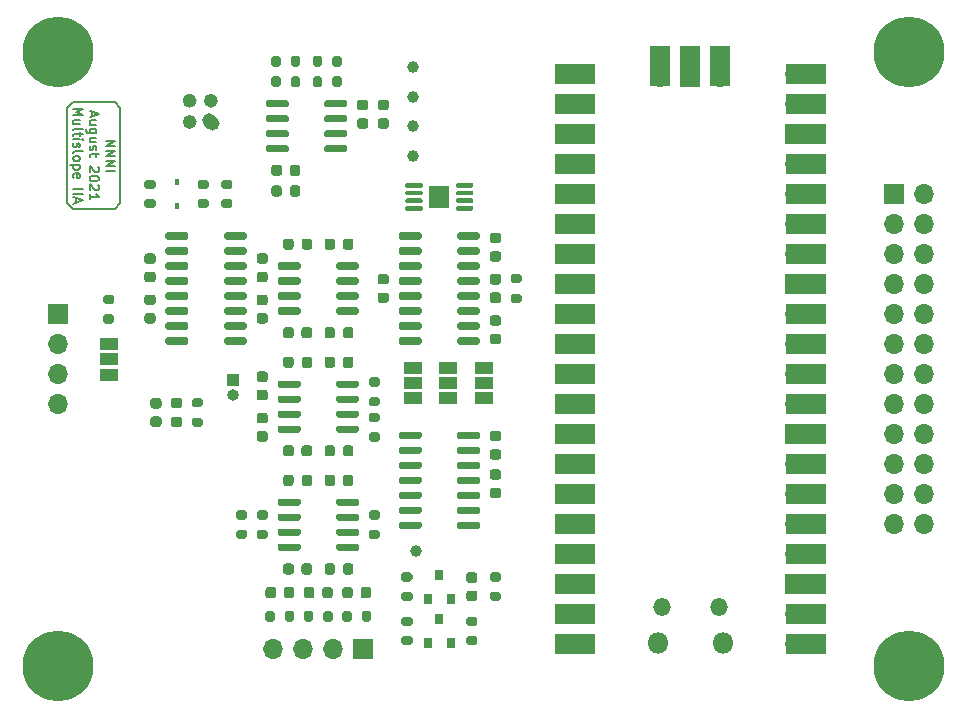
<source format=gbr>
%TF.GenerationSoftware,KiCad,Pcbnew,(5.1.10)-1*%
%TF.CreationDate,2021-08-08T16:35:40+05:30*%
%TF.ProjectId,Multislope IIA,4d756c74-6973-46c6-9f70-65204949412e,rev?*%
%TF.SameCoordinates,Original*%
%TF.FileFunction,Soldermask,Top*%
%TF.FilePolarity,Negative*%
%FSLAX46Y46*%
G04 Gerber Fmt 4.6, Leading zero omitted, Abs format (unit mm)*
G04 Created by KiCad (PCBNEW (5.1.10)-1) date 2021-08-08 16:35:40*
%MOMM*%
%LPD*%
G01*
G04 APERTURE LIST*
%ADD10C,0.150000*%
%ADD11C,0.152400*%
%ADD12O,1.700000X1.700000*%
%ADD13R,1.700000X1.700000*%
%ADD14R,1.500000X1.000000*%
%ADD15O,1.000000X1.000000*%
%ADD16R,1.000000X1.000000*%
%ADD17C,1.000000*%
%ADD18R,0.800000X0.900000*%
%ADD19R,1.700000X3.500000*%
%ADD20O,1.500000X1.500000*%
%ADD21O,1.800000X1.800000*%
%ADD22R,3.500000X1.700000*%
%ADD23R,1.680000X1.880000*%
%ADD24C,0.800000*%
%ADD25C,6.000000*%
%ADD26R,0.450000X0.600000*%
G04 APERTURE END LIST*
D10*
X118750000Y-78250000D02*
X115250000Y-78250000D01*
X119250000Y-78750000D02*
X118750000Y-78250000D01*
X119250000Y-86750000D02*
X119250000Y-78750000D01*
X118750000Y-87250000D02*
X119250000Y-86750000D01*
X115250000Y-87250000D02*
X118750000Y-87250000D01*
X114750000Y-86750000D02*
X115250000Y-87250000D01*
X114750000Y-78750000D02*
X114750000Y-86750000D01*
X115250000Y-78250000D02*
X114750000Y-78750000D01*
D11*
X118003904Y-81472742D02*
X118816704Y-81472742D01*
X118003904Y-81937200D01*
X118816704Y-81937200D01*
X118003904Y-82324247D02*
X118816704Y-82324247D01*
X118003904Y-82788704D01*
X118816704Y-82788704D01*
X118003904Y-83175752D02*
X118816704Y-83175752D01*
X118003904Y-83640209D01*
X118816704Y-83640209D01*
X118003904Y-84027257D02*
X118816704Y-84027257D01*
X116864533Y-79034342D02*
X116864533Y-79421390D01*
X116632304Y-78956933D02*
X117445104Y-79227866D01*
X116632304Y-79498800D01*
X117174171Y-80118076D02*
X116632304Y-80118076D01*
X117174171Y-79769733D02*
X116748419Y-79769733D01*
X116671009Y-79808438D01*
X116632304Y-79885847D01*
X116632304Y-80001961D01*
X116671009Y-80079371D01*
X116709714Y-80118076D01*
X117174171Y-80853466D02*
X116516190Y-80853466D01*
X116438780Y-80814761D01*
X116400076Y-80776057D01*
X116361371Y-80698647D01*
X116361371Y-80582533D01*
X116400076Y-80505123D01*
X116671009Y-80853466D02*
X116632304Y-80776057D01*
X116632304Y-80621238D01*
X116671009Y-80543828D01*
X116709714Y-80505123D01*
X116787123Y-80466419D01*
X117019352Y-80466419D01*
X117096761Y-80505123D01*
X117135466Y-80543828D01*
X117174171Y-80621238D01*
X117174171Y-80776057D01*
X117135466Y-80853466D01*
X117174171Y-81588857D02*
X116632304Y-81588857D01*
X117174171Y-81240514D02*
X116748419Y-81240514D01*
X116671009Y-81279219D01*
X116632304Y-81356628D01*
X116632304Y-81472742D01*
X116671009Y-81550152D01*
X116709714Y-81588857D01*
X116671009Y-81937200D02*
X116632304Y-82014609D01*
X116632304Y-82169428D01*
X116671009Y-82246838D01*
X116748419Y-82285542D01*
X116787123Y-82285542D01*
X116864533Y-82246838D01*
X116903238Y-82169428D01*
X116903238Y-82053314D01*
X116941942Y-81975904D01*
X117019352Y-81937200D01*
X117058057Y-81937200D01*
X117135466Y-81975904D01*
X117174171Y-82053314D01*
X117174171Y-82169428D01*
X117135466Y-82246838D01*
X117174171Y-82517771D02*
X117174171Y-82827409D01*
X117445104Y-82633885D02*
X116748419Y-82633885D01*
X116671009Y-82672590D01*
X116632304Y-82750000D01*
X116632304Y-82827409D01*
X117367695Y-83678914D02*
X117406400Y-83717619D01*
X117445104Y-83795028D01*
X117445104Y-83988552D01*
X117406400Y-84065961D01*
X117367695Y-84104666D01*
X117290285Y-84143371D01*
X117212876Y-84143371D01*
X117096761Y-84104666D01*
X116632304Y-83640209D01*
X116632304Y-84143371D01*
X117445104Y-84646533D02*
X117445104Y-84723942D01*
X117406400Y-84801352D01*
X117367695Y-84840057D01*
X117290285Y-84878761D01*
X117135466Y-84917466D01*
X116941942Y-84917466D01*
X116787123Y-84878761D01*
X116709714Y-84840057D01*
X116671009Y-84801352D01*
X116632304Y-84723942D01*
X116632304Y-84646533D01*
X116671009Y-84569123D01*
X116709714Y-84530419D01*
X116787123Y-84491714D01*
X116941942Y-84453009D01*
X117135466Y-84453009D01*
X117290285Y-84491714D01*
X117367695Y-84530419D01*
X117406400Y-84569123D01*
X117445104Y-84646533D01*
X117367695Y-85227104D02*
X117406400Y-85265809D01*
X117445104Y-85343219D01*
X117445104Y-85536742D01*
X117406400Y-85614152D01*
X117367695Y-85652857D01*
X117290285Y-85691561D01*
X117212876Y-85691561D01*
X117096761Y-85652857D01*
X116632304Y-85188400D01*
X116632304Y-85691561D01*
X116632304Y-86465657D02*
X116632304Y-86001200D01*
X116632304Y-86233428D02*
X117445104Y-86233428D01*
X117328990Y-86156019D01*
X117251580Y-86078609D01*
X117212876Y-86001200D01*
X115260704Y-78802114D02*
X116073504Y-78802114D01*
X115492933Y-79073047D01*
X116073504Y-79343980D01*
X115260704Y-79343980D01*
X115802571Y-80079371D02*
X115260704Y-80079371D01*
X115802571Y-79731028D02*
X115376819Y-79731028D01*
X115299409Y-79769733D01*
X115260704Y-79847142D01*
X115260704Y-79963257D01*
X115299409Y-80040666D01*
X115338114Y-80079371D01*
X115260704Y-80582533D02*
X115299409Y-80505123D01*
X115376819Y-80466419D01*
X116073504Y-80466419D01*
X115802571Y-80776057D02*
X115802571Y-81085695D01*
X116073504Y-80892171D02*
X115376819Y-80892171D01*
X115299409Y-80930876D01*
X115260704Y-81008285D01*
X115260704Y-81085695D01*
X115260704Y-81356628D02*
X115802571Y-81356628D01*
X116073504Y-81356628D02*
X116034800Y-81317923D01*
X115996095Y-81356628D01*
X116034800Y-81395333D01*
X116073504Y-81356628D01*
X115996095Y-81356628D01*
X115299409Y-81704971D02*
X115260704Y-81782380D01*
X115260704Y-81937200D01*
X115299409Y-82014609D01*
X115376819Y-82053314D01*
X115415523Y-82053314D01*
X115492933Y-82014609D01*
X115531638Y-81937200D01*
X115531638Y-81821085D01*
X115570342Y-81743676D01*
X115647752Y-81704971D01*
X115686457Y-81704971D01*
X115763866Y-81743676D01*
X115802571Y-81821085D01*
X115802571Y-81937200D01*
X115763866Y-82014609D01*
X115260704Y-82517771D02*
X115299409Y-82440361D01*
X115376819Y-82401657D01*
X116073504Y-82401657D01*
X115260704Y-82943523D02*
X115299409Y-82866114D01*
X115338114Y-82827409D01*
X115415523Y-82788704D01*
X115647752Y-82788704D01*
X115725161Y-82827409D01*
X115763866Y-82866114D01*
X115802571Y-82943523D01*
X115802571Y-83059638D01*
X115763866Y-83137047D01*
X115725161Y-83175752D01*
X115647752Y-83214457D01*
X115415523Y-83214457D01*
X115338114Y-83175752D01*
X115299409Y-83137047D01*
X115260704Y-83059638D01*
X115260704Y-82943523D01*
X115802571Y-83562800D02*
X114989771Y-83562800D01*
X115763866Y-83562800D02*
X115802571Y-83640209D01*
X115802571Y-83795028D01*
X115763866Y-83872438D01*
X115725161Y-83911142D01*
X115647752Y-83949847D01*
X115415523Y-83949847D01*
X115338114Y-83911142D01*
X115299409Y-83872438D01*
X115260704Y-83795028D01*
X115260704Y-83640209D01*
X115299409Y-83562800D01*
X115299409Y-84607828D02*
X115260704Y-84530419D01*
X115260704Y-84375600D01*
X115299409Y-84298190D01*
X115376819Y-84259485D01*
X115686457Y-84259485D01*
X115763866Y-84298190D01*
X115802571Y-84375600D01*
X115802571Y-84530419D01*
X115763866Y-84607828D01*
X115686457Y-84646533D01*
X115609047Y-84646533D01*
X115531638Y-84259485D01*
X115260704Y-85614152D02*
X116073504Y-85614152D01*
X115260704Y-86001200D02*
X116073504Y-86001200D01*
X115492933Y-86349542D02*
X115492933Y-86736590D01*
X115260704Y-86272133D02*
X116073504Y-86543066D01*
X115260704Y-86814000D01*
%TO.C,R22*%
G36*
G01*
X152475000Y-94425000D02*
X153025000Y-94425000D01*
G75*
G02*
X153225000Y-94625000I0J-200000D01*
G01*
X153225000Y-95025000D01*
G75*
G02*
X153025000Y-95225000I-200000J0D01*
G01*
X152475000Y-95225000D01*
G75*
G02*
X152275000Y-95025000I0J200000D01*
G01*
X152275000Y-94625000D01*
G75*
G02*
X152475000Y-94425000I200000J0D01*
G01*
G37*
G36*
G01*
X152475000Y-92775000D02*
X153025000Y-92775000D01*
G75*
G02*
X153225000Y-92975000I0J-200000D01*
G01*
X153225000Y-93375000D01*
G75*
G02*
X153025000Y-93575000I-200000J0D01*
G01*
X152475000Y-93575000D01*
G75*
G02*
X152275000Y-93375000I0J200000D01*
G01*
X152275000Y-92975000D01*
G75*
G02*
X152475000Y-92775000I200000J0D01*
G01*
G37*
%TD*%
D12*
%TO.C,J3*%
X187250000Y-113940000D03*
X184710000Y-113940000D03*
X187250000Y-111400000D03*
X184710000Y-111400000D03*
X187250000Y-108860000D03*
X184710000Y-108860000D03*
X187250000Y-106320000D03*
X184710000Y-106320000D03*
X187250000Y-103780000D03*
X184710000Y-103780000D03*
X187250000Y-101240000D03*
X184710000Y-101240000D03*
X187250000Y-98700000D03*
X184710000Y-98700000D03*
X187250000Y-96160000D03*
X184710000Y-96160000D03*
X187250000Y-93620000D03*
X184710000Y-93620000D03*
X187250000Y-91080000D03*
X184710000Y-91080000D03*
X187250000Y-88540000D03*
X184710000Y-88540000D03*
X187250000Y-86000000D03*
D13*
X184710000Y-86000000D03*
%TD*%
D12*
%TO.C,J1*%
X114000000Y-103750000D03*
X114000000Y-101210000D03*
X114000000Y-98670000D03*
D13*
X114000000Y-96130000D03*
%TD*%
%TO.C,R21*%
G36*
G01*
X117975000Y-96175000D02*
X118525000Y-96175000D01*
G75*
G02*
X118725000Y-96375000I0J-200000D01*
G01*
X118725000Y-96775000D01*
G75*
G02*
X118525000Y-96975000I-200000J0D01*
G01*
X117975000Y-96975000D01*
G75*
G02*
X117775000Y-96775000I0J200000D01*
G01*
X117775000Y-96375000D01*
G75*
G02*
X117975000Y-96175000I200000J0D01*
G01*
G37*
G36*
G01*
X117975000Y-94525000D02*
X118525000Y-94525000D01*
G75*
G02*
X118725000Y-94725000I0J-200000D01*
G01*
X118725000Y-95125000D01*
G75*
G02*
X118525000Y-95325000I-200000J0D01*
G01*
X117975000Y-95325000D01*
G75*
G02*
X117775000Y-95125000I0J200000D01*
G01*
X117775000Y-94725000D01*
G75*
G02*
X117975000Y-94525000I200000J0D01*
G01*
G37*
%TD*%
D14*
%TO.C,JP4*%
X118250000Y-101300000D03*
X118250000Y-100000000D03*
X118250000Y-98700000D03*
%TD*%
D15*
%TO.C,J5*%
X128750000Y-103020000D03*
D16*
X128750000Y-101750000D03*
%TD*%
D17*
%TO.C,TP5*%
X144000000Y-82750000D03*
%TD*%
%TO.C,R20*%
G36*
G01*
X129225000Y-114425000D02*
X129775000Y-114425000D01*
G75*
G02*
X129975000Y-114625000I0J-200000D01*
G01*
X129975000Y-115025000D01*
G75*
G02*
X129775000Y-115225000I-200000J0D01*
G01*
X129225000Y-115225000D01*
G75*
G02*
X129025000Y-115025000I0J200000D01*
G01*
X129025000Y-114625000D01*
G75*
G02*
X129225000Y-114425000I200000J0D01*
G01*
G37*
G36*
G01*
X129225000Y-112775000D02*
X129775000Y-112775000D01*
G75*
G02*
X129975000Y-112975000I0J-200000D01*
G01*
X129975000Y-113375000D01*
G75*
G02*
X129775000Y-113575000I-200000J0D01*
G01*
X129225000Y-113575000D01*
G75*
G02*
X129025000Y-113375000I0J200000D01*
G01*
X129025000Y-112975000D01*
G75*
G02*
X129225000Y-112775000I200000J0D01*
G01*
G37*
%TD*%
%TO.C,R19*%
G36*
G01*
X151275000Y-118825000D02*
X150725000Y-118825000D01*
G75*
G02*
X150525000Y-118625000I0J200000D01*
G01*
X150525000Y-118225000D01*
G75*
G02*
X150725000Y-118025000I200000J0D01*
G01*
X151275000Y-118025000D01*
G75*
G02*
X151475000Y-118225000I0J-200000D01*
G01*
X151475000Y-118625000D01*
G75*
G02*
X151275000Y-118825000I-200000J0D01*
G01*
G37*
G36*
G01*
X151275000Y-120475000D02*
X150725000Y-120475000D01*
G75*
G02*
X150525000Y-120275000I0J200000D01*
G01*
X150525000Y-119875000D01*
G75*
G02*
X150725000Y-119675000I200000J0D01*
G01*
X151275000Y-119675000D01*
G75*
G02*
X151475000Y-119875000I0J-200000D01*
G01*
X151475000Y-120275000D01*
G75*
G02*
X151275000Y-120475000I-200000J0D01*
G01*
G37*
%TD*%
%TO.C,R18*%
G36*
G01*
X131525000Y-113575000D02*
X130975000Y-113575000D01*
G75*
G02*
X130775000Y-113375000I0J200000D01*
G01*
X130775000Y-112975000D01*
G75*
G02*
X130975000Y-112775000I200000J0D01*
G01*
X131525000Y-112775000D01*
G75*
G02*
X131725000Y-112975000I0J-200000D01*
G01*
X131725000Y-113375000D01*
G75*
G02*
X131525000Y-113575000I-200000J0D01*
G01*
G37*
G36*
G01*
X131525000Y-115225000D02*
X130975000Y-115225000D01*
G75*
G02*
X130775000Y-115025000I0J200000D01*
G01*
X130775000Y-114625000D01*
G75*
G02*
X130975000Y-114425000I200000J0D01*
G01*
X131525000Y-114425000D01*
G75*
G02*
X131725000Y-114625000I0J-200000D01*
G01*
X131725000Y-115025000D01*
G75*
G02*
X131525000Y-115225000I-200000J0D01*
G01*
G37*
%TD*%
%TO.C,R17*%
G36*
G01*
X133175000Y-122025000D02*
X133175000Y-121475000D01*
G75*
G02*
X133375000Y-121275000I200000J0D01*
G01*
X133775000Y-121275000D01*
G75*
G02*
X133975000Y-121475000I0J-200000D01*
G01*
X133975000Y-122025000D01*
G75*
G02*
X133775000Y-122225000I-200000J0D01*
G01*
X133375000Y-122225000D01*
G75*
G02*
X133175000Y-122025000I0J200000D01*
G01*
G37*
G36*
G01*
X131525000Y-122025000D02*
X131525000Y-121475000D01*
G75*
G02*
X131725000Y-121275000I200000J0D01*
G01*
X132125000Y-121275000D01*
G75*
G02*
X132325000Y-121475000I0J-200000D01*
G01*
X132325000Y-122025000D01*
G75*
G02*
X132125000Y-122225000I-200000J0D01*
G01*
X131725000Y-122225000D01*
G75*
G02*
X131525000Y-122025000I0J200000D01*
G01*
G37*
%TD*%
%TO.C,R16*%
G36*
G01*
X136425000Y-122025000D02*
X136425000Y-121475000D01*
G75*
G02*
X136625000Y-121275000I200000J0D01*
G01*
X137025000Y-121275000D01*
G75*
G02*
X137225000Y-121475000I0J-200000D01*
G01*
X137225000Y-122025000D01*
G75*
G02*
X137025000Y-122225000I-200000J0D01*
G01*
X136625000Y-122225000D01*
G75*
G02*
X136425000Y-122025000I0J200000D01*
G01*
G37*
G36*
G01*
X134775000Y-122025000D02*
X134775000Y-121475000D01*
G75*
G02*
X134975000Y-121275000I200000J0D01*
G01*
X135375000Y-121275000D01*
G75*
G02*
X135575000Y-121475000I0J-200000D01*
G01*
X135575000Y-122025000D01*
G75*
G02*
X135375000Y-122225000I-200000J0D01*
G01*
X134975000Y-122225000D01*
G75*
G02*
X134775000Y-122025000I0J200000D01*
G01*
G37*
%TD*%
%TO.C,R15*%
G36*
G01*
X139675000Y-122025000D02*
X139675000Y-121475000D01*
G75*
G02*
X139875000Y-121275000I200000J0D01*
G01*
X140275000Y-121275000D01*
G75*
G02*
X140475000Y-121475000I0J-200000D01*
G01*
X140475000Y-122025000D01*
G75*
G02*
X140275000Y-122225000I-200000J0D01*
G01*
X139875000Y-122225000D01*
G75*
G02*
X139675000Y-122025000I0J200000D01*
G01*
G37*
G36*
G01*
X138025000Y-122025000D02*
X138025000Y-121475000D01*
G75*
G02*
X138225000Y-121275000I200000J0D01*
G01*
X138625000Y-121275000D01*
G75*
G02*
X138825000Y-121475000I0J-200000D01*
G01*
X138825000Y-122025000D01*
G75*
G02*
X138625000Y-122225000I-200000J0D01*
G01*
X138225000Y-122225000D01*
G75*
G02*
X138025000Y-122025000I0J200000D01*
G01*
G37*
%TD*%
%TO.C,R14*%
G36*
G01*
X143225000Y-123425000D02*
X143775000Y-123425000D01*
G75*
G02*
X143975000Y-123625000I0J-200000D01*
G01*
X143975000Y-124025000D01*
G75*
G02*
X143775000Y-124225000I-200000J0D01*
G01*
X143225000Y-124225000D01*
G75*
G02*
X143025000Y-124025000I0J200000D01*
G01*
X143025000Y-123625000D01*
G75*
G02*
X143225000Y-123425000I200000J0D01*
G01*
G37*
G36*
G01*
X143225000Y-121775000D02*
X143775000Y-121775000D01*
G75*
G02*
X143975000Y-121975000I0J-200000D01*
G01*
X143975000Y-122375000D01*
G75*
G02*
X143775000Y-122575000I-200000J0D01*
G01*
X143225000Y-122575000D01*
G75*
G02*
X143025000Y-122375000I0J200000D01*
G01*
X143025000Y-121975000D01*
G75*
G02*
X143225000Y-121775000I200000J0D01*
G01*
G37*
%TD*%
%TO.C,R13*%
G36*
G01*
X143775000Y-118825000D02*
X143225000Y-118825000D01*
G75*
G02*
X143025000Y-118625000I0J200000D01*
G01*
X143025000Y-118225000D01*
G75*
G02*
X143225000Y-118025000I200000J0D01*
G01*
X143775000Y-118025000D01*
G75*
G02*
X143975000Y-118225000I0J-200000D01*
G01*
X143975000Y-118625000D01*
G75*
G02*
X143775000Y-118825000I-200000J0D01*
G01*
G37*
G36*
G01*
X143775000Y-120475000D02*
X143225000Y-120475000D01*
G75*
G02*
X143025000Y-120275000I0J200000D01*
G01*
X143025000Y-119875000D01*
G75*
G02*
X143225000Y-119675000I200000J0D01*
G01*
X143775000Y-119675000D01*
G75*
G02*
X143975000Y-119875000I0J-200000D01*
G01*
X143975000Y-120275000D01*
G75*
G02*
X143775000Y-120475000I-200000J0D01*
G01*
G37*
%TD*%
%TO.C,R12*%
G36*
G01*
X149275000Y-122575000D02*
X148725000Y-122575000D01*
G75*
G02*
X148525000Y-122375000I0J200000D01*
G01*
X148525000Y-121975000D01*
G75*
G02*
X148725000Y-121775000I200000J0D01*
G01*
X149275000Y-121775000D01*
G75*
G02*
X149475000Y-121975000I0J-200000D01*
G01*
X149475000Y-122375000D01*
G75*
G02*
X149275000Y-122575000I-200000J0D01*
G01*
G37*
G36*
G01*
X149275000Y-124225000D02*
X148725000Y-124225000D01*
G75*
G02*
X148525000Y-124025000I0J200000D01*
G01*
X148525000Y-123625000D01*
G75*
G02*
X148725000Y-123425000I200000J0D01*
G01*
X149275000Y-123425000D01*
G75*
G02*
X149475000Y-123625000I0J-200000D01*
G01*
X149475000Y-124025000D01*
G75*
G02*
X149275000Y-124225000I-200000J0D01*
G01*
G37*
%TD*%
%TO.C,R11*%
G36*
G01*
X126025000Y-104075000D02*
X125475000Y-104075000D01*
G75*
G02*
X125275000Y-103875000I0J200000D01*
G01*
X125275000Y-103475000D01*
G75*
G02*
X125475000Y-103275000I200000J0D01*
G01*
X126025000Y-103275000D01*
G75*
G02*
X126225000Y-103475000I0J-200000D01*
G01*
X126225000Y-103875000D01*
G75*
G02*
X126025000Y-104075000I-200000J0D01*
G01*
G37*
G36*
G01*
X126025000Y-105725000D02*
X125475000Y-105725000D01*
G75*
G02*
X125275000Y-105525000I0J200000D01*
G01*
X125275000Y-105125000D01*
G75*
G02*
X125475000Y-104925000I200000J0D01*
G01*
X126025000Y-104925000D01*
G75*
G02*
X126225000Y-105125000I0J-200000D01*
G01*
X126225000Y-105525000D01*
G75*
G02*
X126025000Y-105725000I-200000J0D01*
G01*
G37*
%TD*%
%TO.C,R10*%
G36*
G01*
X141025000Y-113575000D02*
X140475000Y-113575000D01*
G75*
G02*
X140275000Y-113375000I0J200000D01*
G01*
X140275000Y-112975000D01*
G75*
G02*
X140475000Y-112775000I200000J0D01*
G01*
X141025000Y-112775000D01*
G75*
G02*
X141225000Y-112975000I0J-200000D01*
G01*
X141225000Y-113375000D01*
G75*
G02*
X141025000Y-113575000I-200000J0D01*
G01*
G37*
G36*
G01*
X141025000Y-115225000D02*
X140475000Y-115225000D01*
G75*
G02*
X140275000Y-115025000I0J200000D01*
G01*
X140275000Y-114625000D01*
G75*
G02*
X140475000Y-114425000I200000J0D01*
G01*
X141025000Y-114425000D01*
G75*
G02*
X141225000Y-114625000I0J-200000D01*
G01*
X141225000Y-115025000D01*
G75*
G02*
X141025000Y-115225000I-200000J0D01*
G01*
G37*
%TD*%
%TO.C,R9*%
G36*
G01*
X141025000Y-105325000D02*
X140475000Y-105325000D01*
G75*
G02*
X140275000Y-105125000I0J200000D01*
G01*
X140275000Y-104725000D01*
G75*
G02*
X140475000Y-104525000I200000J0D01*
G01*
X141025000Y-104525000D01*
G75*
G02*
X141225000Y-104725000I0J-200000D01*
G01*
X141225000Y-105125000D01*
G75*
G02*
X141025000Y-105325000I-200000J0D01*
G01*
G37*
G36*
G01*
X141025000Y-106975000D02*
X140475000Y-106975000D01*
G75*
G02*
X140275000Y-106775000I0J200000D01*
G01*
X140275000Y-106375000D01*
G75*
G02*
X140475000Y-106175000I200000J0D01*
G01*
X141025000Y-106175000D01*
G75*
G02*
X141225000Y-106375000I0J-200000D01*
G01*
X141225000Y-106775000D01*
G75*
G02*
X141025000Y-106975000I-200000J0D01*
G01*
G37*
%TD*%
%TO.C,R8*%
G36*
G01*
X141025000Y-102325000D02*
X140475000Y-102325000D01*
G75*
G02*
X140275000Y-102125000I0J200000D01*
G01*
X140275000Y-101725000D01*
G75*
G02*
X140475000Y-101525000I200000J0D01*
G01*
X141025000Y-101525000D01*
G75*
G02*
X141225000Y-101725000I0J-200000D01*
G01*
X141225000Y-102125000D01*
G75*
G02*
X141025000Y-102325000I-200000J0D01*
G01*
G37*
G36*
G01*
X141025000Y-103975000D02*
X140475000Y-103975000D01*
G75*
G02*
X140275000Y-103775000I0J200000D01*
G01*
X140275000Y-103375000D01*
G75*
G02*
X140475000Y-103175000I200000J0D01*
G01*
X141025000Y-103175000D01*
G75*
G02*
X141225000Y-103375000I0J-200000D01*
G01*
X141225000Y-103775000D01*
G75*
G02*
X141025000Y-103975000I-200000J0D01*
G01*
G37*
%TD*%
%TO.C,R7*%
G36*
G01*
X136325000Y-76225000D02*
X136325000Y-76775000D01*
G75*
G02*
X136125000Y-76975000I-200000J0D01*
G01*
X135725000Y-76975000D01*
G75*
G02*
X135525000Y-76775000I0J200000D01*
G01*
X135525000Y-76225000D01*
G75*
G02*
X135725000Y-76025000I200000J0D01*
G01*
X136125000Y-76025000D01*
G75*
G02*
X136325000Y-76225000I0J-200000D01*
G01*
G37*
G36*
G01*
X137975000Y-76225000D02*
X137975000Y-76775000D01*
G75*
G02*
X137775000Y-76975000I-200000J0D01*
G01*
X137375000Y-76975000D01*
G75*
G02*
X137175000Y-76775000I0J200000D01*
G01*
X137175000Y-76225000D01*
G75*
G02*
X137375000Y-76025000I200000J0D01*
G01*
X137775000Y-76025000D01*
G75*
G02*
X137975000Y-76225000I0J-200000D01*
G01*
G37*
%TD*%
%TO.C,R6*%
G36*
G01*
X137175000Y-75025000D02*
X137175000Y-74475000D01*
G75*
G02*
X137375000Y-74275000I200000J0D01*
G01*
X137775000Y-74275000D01*
G75*
G02*
X137975000Y-74475000I0J-200000D01*
G01*
X137975000Y-75025000D01*
G75*
G02*
X137775000Y-75225000I-200000J0D01*
G01*
X137375000Y-75225000D01*
G75*
G02*
X137175000Y-75025000I0J200000D01*
G01*
G37*
G36*
G01*
X135525000Y-75025000D02*
X135525000Y-74475000D01*
G75*
G02*
X135725000Y-74275000I200000J0D01*
G01*
X136125000Y-74275000D01*
G75*
G02*
X136325000Y-74475000I0J-200000D01*
G01*
X136325000Y-75025000D01*
G75*
G02*
X136125000Y-75225000I-200000J0D01*
G01*
X135725000Y-75225000D01*
G75*
G02*
X135525000Y-75025000I0J200000D01*
G01*
G37*
%TD*%
%TO.C,R5*%
G36*
G01*
X133675000Y-75025000D02*
X133675000Y-74475000D01*
G75*
G02*
X133875000Y-74275000I200000J0D01*
G01*
X134275000Y-74275000D01*
G75*
G02*
X134475000Y-74475000I0J-200000D01*
G01*
X134475000Y-75025000D01*
G75*
G02*
X134275000Y-75225000I-200000J0D01*
G01*
X133875000Y-75225000D01*
G75*
G02*
X133675000Y-75025000I0J200000D01*
G01*
G37*
G36*
G01*
X132025000Y-75025000D02*
X132025000Y-74475000D01*
G75*
G02*
X132225000Y-74275000I200000J0D01*
G01*
X132625000Y-74275000D01*
G75*
G02*
X132825000Y-74475000I0J-200000D01*
G01*
X132825000Y-75025000D01*
G75*
G02*
X132625000Y-75225000I-200000J0D01*
G01*
X132225000Y-75225000D01*
G75*
G02*
X132025000Y-75025000I0J200000D01*
G01*
G37*
%TD*%
%TO.C,R4*%
G36*
G01*
X132825000Y-76225000D02*
X132825000Y-76775000D01*
G75*
G02*
X132625000Y-76975000I-200000J0D01*
G01*
X132225000Y-76975000D01*
G75*
G02*
X132025000Y-76775000I0J200000D01*
G01*
X132025000Y-76225000D01*
G75*
G02*
X132225000Y-76025000I200000J0D01*
G01*
X132625000Y-76025000D01*
G75*
G02*
X132825000Y-76225000I0J-200000D01*
G01*
G37*
G36*
G01*
X134475000Y-76225000D02*
X134475000Y-76775000D01*
G75*
G02*
X134275000Y-76975000I-200000J0D01*
G01*
X133875000Y-76975000D01*
G75*
G02*
X133675000Y-76775000I0J200000D01*
G01*
X133675000Y-76225000D01*
G75*
G02*
X133875000Y-76025000I200000J0D01*
G01*
X134275000Y-76025000D01*
G75*
G02*
X134475000Y-76225000I0J-200000D01*
G01*
G37*
%TD*%
%TO.C,R3*%
G36*
G01*
X128525000Y-85575000D02*
X127975000Y-85575000D01*
G75*
G02*
X127775000Y-85375000I0J200000D01*
G01*
X127775000Y-84975000D01*
G75*
G02*
X127975000Y-84775000I200000J0D01*
G01*
X128525000Y-84775000D01*
G75*
G02*
X128725000Y-84975000I0J-200000D01*
G01*
X128725000Y-85375000D01*
G75*
G02*
X128525000Y-85575000I-200000J0D01*
G01*
G37*
G36*
G01*
X128525000Y-87225000D02*
X127975000Y-87225000D01*
G75*
G02*
X127775000Y-87025000I0J200000D01*
G01*
X127775000Y-86625000D01*
G75*
G02*
X127975000Y-86425000I200000J0D01*
G01*
X128525000Y-86425000D01*
G75*
G02*
X128725000Y-86625000I0J-200000D01*
G01*
X128725000Y-87025000D01*
G75*
G02*
X128525000Y-87225000I-200000J0D01*
G01*
G37*
%TD*%
%TO.C,R2*%
G36*
G01*
X126525000Y-85575000D02*
X125975000Y-85575000D01*
G75*
G02*
X125775000Y-85375000I0J200000D01*
G01*
X125775000Y-84975000D01*
G75*
G02*
X125975000Y-84775000I200000J0D01*
G01*
X126525000Y-84775000D01*
G75*
G02*
X126725000Y-84975000I0J-200000D01*
G01*
X126725000Y-85375000D01*
G75*
G02*
X126525000Y-85575000I-200000J0D01*
G01*
G37*
G36*
G01*
X126525000Y-87225000D02*
X125975000Y-87225000D01*
G75*
G02*
X125775000Y-87025000I0J200000D01*
G01*
X125775000Y-86625000D01*
G75*
G02*
X125975000Y-86425000I200000J0D01*
G01*
X126525000Y-86425000D01*
G75*
G02*
X126725000Y-86625000I0J-200000D01*
G01*
X126725000Y-87025000D01*
G75*
G02*
X126525000Y-87225000I-200000J0D01*
G01*
G37*
%TD*%
%TO.C,R1*%
G36*
G01*
X121475000Y-86425000D02*
X122025000Y-86425000D01*
G75*
G02*
X122225000Y-86625000I0J-200000D01*
G01*
X122225000Y-87025000D01*
G75*
G02*
X122025000Y-87225000I-200000J0D01*
G01*
X121475000Y-87225000D01*
G75*
G02*
X121275000Y-87025000I0J200000D01*
G01*
X121275000Y-86625000D01*
G75*
G02*
X121475000Y-86425000I200000J0D01*
G01*
G37*
G36*
G01*
X121475000Y-84775000D02*
X122025000Y-84775000D01*
G75*
G02*
X122225000Y-84975000I0J-200000D01*
G01*
X122225000Y-85375000D01*
G75*
G02*
X122025000Y-85575000I-200000J0D01*
G01*
X121475000Y-85575000D01*
G75*
G02*
X121275000Y-85375000I0J200000D01*
G01*
X121275000Y-84975000D01*
G75*
G02*
X121475000Y-84775000I200000J0D01*
G01*
G37*
%TD*%
%TO.C,FB15*%
G36*
G01*
X151256250Y-110187500D02*
X150743750Y-110187500D01*
G75*
G02*
X150525000Y-109968750I0J218750D01*
G01*
X150525000Y-109531250D01*
G75*
G02*
X150743750Y-109312500I218750J0D01*
G01*
X151256250Y-109312500D01*
G75*
G02*
X151475000Y-109531250I0J-218750D01*
G01*
X151475000Y-109968750D01*
G75*
G02*
X151256250Y-110187500I-218750J0D01*
G01*
G37*
G36*
G01*
X151256250Y-111762500D02*
X150743750Y-111762500D01*
G75*
G02*
X150525000Y-111543750I0J218750D01*
G01*
X150525000Y-111106250D01*
G75*
G02*
X150743750Y-110887500I218750J0D01*
G01*
X151256250Y-110887500D01*
G75*
G02*
X151475000Y-111106250I0J-218750D01*
G01*
X151475000Y-111543750D01*
G75*
G02*
X151256250Y-111762500I-218750J0D01*
G01*
G37*
%TD*%
%TO.C,FB14*%
G36*
G01*
X124256250Y-104150000D02*
X123743750Y-104150000D01*
G75*
G02*
X123525000Y-103931250I0J218750D01*
G01*
X123525000Y-103493750D01*
G75*
G02*
X123743750Y-103275000I218750J0D01*
G01*
X124256250Y-103275000D01*
G75*
G02*
X124475000Y-103493750I0J-218750D01*
G01*
X124475000Y-103931250D01*
G75*
G02*
X124256250Y-104150000I-218750J0D01*
G01*
G37*
G36*
G01*
X124256250Y-105725000D02*
X123743750Y-105725000D01*
G75*
G02*
X123525000Y-105506250I0J218750D01*
G01*
X123525000Y-105068750D01*
G75*
G02*
X123743750Y-104850000I218750J0D01*
G01*
X124256250Y-104850000D01*
G75*
G02*
X124475000Y-105068750I0J-218750D01*
G01*
X124475000Y-105506250D01*
G75*
G02*
X124256250Y-105725000I-218750J0D01*
G01*
G37*
%TD*%
%TO.C,FB13*%
G36*
G01*
X151256250Y-97150000D02*
X150743750Y-97150000D01*
G75*
G02*
X150525000Y-96931250I0J218750D01*
G01*
X150525000Y-96493750D01*
G75*
G02*
X150743750Y-96275000I218750J0D01*
G01*
X151256250Y-96275000D01*
G75*
G02*
X151475000Y-96493750I0J-218750D01*
G01*
X151475000Y-96931250D01*
G75*
G02*
X151256250Y-97150000I-218750J0D01*
G01*
G37*
G36*
G01*
X151256250Y-98725000D02*
X150743750Y-98725000D01*
G75*
G02*
X150525000Y-98506250I0J218750D01*
G01*
X150525000Y-98068750D01*
G75*
G02*
X150743750Y-97850000I218750J0D01*
G01*
X151256250Y-97850000D01*
G75*
G02*
X151475000Y-98068750I0J-218750D01*
G01*
X151475000Y-98506250D01*
G75*
G02*
X151256250Y-98725000I-218750J0D01*
G01*
G37*
%TD*%
%TO.C,FB12*%
G36*
G01*
X138100000Y-118006250D02*
X138100000Y-117493750D01*
G75*
G02*
X138318750Y-117275000I218750J0D01*
G01*
X138756250Y-117275000D01*
G75*
G02*
X138975000Y-117493750I0J-218750D01*
G01*
X138975000Y-118006250D01*
G75*
G02*
X138756250Y-118225000I-218750J0D01*
G01*
X138318750Y-118225000D01*
G75*
G02*
X138100000Y-118006250I0J218750D01*
G01*
G37*
G36*
G01*
X136525000Y-118006250D02*
X136525000Y-117493750D01*
G75*
G02*
X136743750Y-117275000I218750J0D01*
G01*
X137181250Y-117275000D01*
G75*
G02*
X137400000Y-117493750I0J-218750D01*
G01*
X137400000Y-118006250D01*
G75*
G02*
X137181250Y-118225000I-218750J0D01*
G01*
X136743750Y-118225000D01*
G75*
G02*
X136525000Y-118006250I0J218750D01*
G01*
G37*
%TD*%
%TO.C,FB11*%
G36*
G01*
X134600000Y-110506250D02*
X134600000Y-109993750D01*
G75*
G02*
X134818750Y-109775000I218750J0D01*
G01*
X135256250Y-109775000D01*
G75*
G02*
X135475000Y-109993750I0J-218750D01*
G01*
X135475000Y-110506250D01*
G75*
G02*
X135256250Y-110725000I-218750J0D01*
G01*
X134818750Y-110725000D01*
G75*
G02*
X134600000Y-110506250I0J218750D01*
G01*
G37*
G36*
G01*
X133025000Y-110506250D02*
X133025000Y-109993750D01*
G75*
G02*
X133243750Y-109775000I218750J0D01*
G01*
X133681250Y-109775000D01*
G75*
G02*
X133900000Y-109993750I0J-218750D01*
G01*
X133900000Y-110506250D01*
G75*
G02*
X133681250Y-110725000I-218750J0D01*
G01*
X133243750Y-110725000D01*
G75*
G02*
X133025000Y-110506250I0J218750D01*
G01*
G37*
%TD*%
%TO.C,FB10*%
G36*
G01*
X141756250Y-93650000D02*
X141243750Y-93650000D01*
G75*
G02*
X141025000Y-93431250I0J218750D01*
G01*
X141025000Y-92993750D01*
G75*
G02*
X141243750Y-92775000I218750J0D01*
G01*
X141756250Y-92775000D01*
G75*
G02*
X141975000Y-92993750I0J-218750D01*
G01*
X141975000Y-93431250D01*
G75*
G02*
X141756250Y-93650000I-218750J0D01*
G01*
G37*
G36*
G01*
X141756250Y-95225000D02*
X141243750Y-95225000D01*
G75*
G02*
X141025000Y-95006250I0J218750D01*
G01*
X141025000Y-94568750D01*
G75*
G02*
X141243750Y-94350000I218750J0D01*
G01*
X141756250Y-94350000D01*
G75*
G02*
X141975000Y-94568750I0J-218750D01*
G01*
X141975000Y-95006250D01*
G75*
G02*
X141756250Y-95225000I-218750J0D01*
G01*
G37*
%TD*%
%TO.C,FB9*%
G36*
G01*
X150743750Y-90850000D02*
X151256250Y-90850000D01*
G75*
G02*
X151475000Y-91068750I0J-218750D01*
G01*
X151475000Y-91506250D01*
G75*
G02*
X151256250Y-91725000I-218750J0D01*
G01*
X150743750Y-91725000D01*
G75*
G02*
X150525000Y-91506250I0J218750D01*
G01*
X150525000Y-91068750D01*
G75*
G02*
X150743750Y-90850000I218750J0D01*
G01*
G37*
G36*
G01*
X150743750Y-89275000D02*
X151256250Y-89275000D01*
G75*
G02*
X151475000Y-89493750I0J-218750D01*
G01*
X151475000Y-89931250D01*
G75*
G02*
X151256250Y-90150000I-218750J0D01*
G01*
X150743750Y-90150000D01*
G75*
G02*
X150525000Y-89931250I0J218750D01*
G01*
X150525000Y-89493750D01*
G75*
G02*
X150743750Y-89275000I218750J0D01*
G01*
G37*
%TD*%
%TO.C,FB8*%
G36*
G01*
X138100000Y-98006250D02*
X138100000Y-97493750D01*
G75*
G02*
X138318750Y-97275000I218750J0D01*
G01*
X138756250Y-97275000D01*
G75*
G02*
X138975000Y-97493750I0J-218750D01*
G01*
X138975000Y-98006250D01*
G75*
G02*
X138756250Y-98225000I-218750J0D01*
G01*
X138318750Y-98225000D01*
G75*
G02*
X138100000Y-98006250I0J218750D01*
G01*
G37*
G36*
G01*
X136525000Y-98006250D02*
X136525000Y-97493750D01*
G75*
G02*
X136743750Y-97275000I218750J0D01*
G01*
X137181250Y-97275000D01*
G75*
G02*
X137400000Y-97493750I0J-218750D01*
G01*
X137400000Y-98006250D01*
G75*
G02*
X137181250Y-98225000I-218750J0D01*
G01*
X136743750Y-98225000D01*
G75*
G02*
X136525000Y-98006250I0J218750D01*
G01*
G37*
%TD*%
%TO.C,FB7*%
G36*
G01*
X134600000Y-90506250D02*
X134600000Y-89993750D01*
G75*
G02*
X134818750Y-89775000I218750J0D01*
G01*
X135256250Y-89775000D01*
G75*
G02*
X135475000Y-89993750I0J-218750D01*
G01*
X135475000Y-90506250D01*
G75*
G02*
X135256250Y-90725000I-218750J0D01*
G01*
X134818750Y-90725000D01*
G75*
G02*
X134600000Y-90506250I0J218750D01*
G01*
G37*
G36*
G01*
X133025000Y-90506250D02*
X133025000Y-89993750D01*
G75*
G02*
X133243750Y-89775000I218750J0D01*
G01*
X133681250Y-89775000D01*
G75*
G02*
X133900000Y-89993750I0J-218750D01*
G01*
X133900000Y-90506250D01*
G75*
G02*
X133681250Y-90725000I-218750J0D01*
G01*
X133243750Y-90725000D01*
G75*
G02*
X133025000Y-90506250I0J218750D01*
G01*
G37*
%TD*%
%TO.C,FB6*%
G36*
G01*
X131506250Y-91900000D02*
X130993750Y-91900000D01*
G75*
G02*
X130775000Y-91681250I0J218750D01*
G01*
X130775000Y-91243750D01*
G75*
G02*
X130993750Y-91025000I218750J0D01*
G01*
X131506250Y-91025000D01*
G75*
G02*
X131725000Y-91243750I0J-218750D01*
G01*
X131725000Y-91681250D01*
G75*
G02*
X131506250Y-91900000I-218750J0D01*
G01*
G37*
G36*
G01*
X131506250Y-93475000D02*
X130993750Y-93475000D01*
G75*
G02*
X130775000Y-93256250I0J218750D01*
G01*
X130775000Y-92818750D01*
G75*
G02*
X130993750Y-92600000I218750J0D01*
G01*
X131506250Y-92600000D01*
G75*
G02*
X131725000Y-92818750I0J-218750D01*
G01*
X131725000Y-93256250D01*
G75*
G02*
X131506250Y-93475000I-218750J0D01*
G01*
G37*
%TD*%
%TO.C,FB5*%
G36*
G01*
X122006250Y-95400000D02*
X121493750Y-95400000D01*
G75*
G02*
X121275000Y-95181250I0J218750D01*
G01*
X121275000Y-94743750D01*
G75*
G02*
X121493750Y-94525000I218750J0D01*
G01*
X122006250Y-94525000D01*
G75*
G02*
X122225000Y-94743750I0J-218750D01*
G01*
X122225000Y-95181250D01*
G75*
G02*
X122006250Y-95400000I-218750J0D01*
G01*
G37*
G36*
G01*
X122006250Y-96975000D02*
X121493750Y-96975000D01*
G75*
G02*
X121275000Y-96756250I0J218750D01*
G01*
X121275000Y-96318750D01*
G75*
G02*
X121493750Y-96100000I218750J0D01*
G01*
X122006250Y-96100000D01*
G75*
G02*
X122225000Y-96318750I0J-218750D01*
G01*
X122225000Y-96756250D01*
G75*
G02*
X122006250Y-96975000I-218750J0D01*
G01*
G37*
%TD*%
%TO.C,FB4*%
G36*
G01*
X138100000Y-108006250D02*
X138100000Y-107493750D01*
G75*
G02*
X138318750Y-107275000I218750J0D01*
G01*
X138756250Y-107275000D01*
G75*
G02*
X138975000Y-107493750I0J-218750D01*
G01*
X138975000Y-108006250D01*
G75*
G02*
X138756250Y-108225000I-218750J0D01*
G01*
X138318750Y-108225000D01*
G75*
G02*
X138100000Y-108006250I0J218750D01*
G01*
G37*
G36*
G01*
X136525000Y-108006250D02*
X136525000Y-107493750D01*
G75*
G02*
X136743750Y-107275000I218750J0D01*
G01*
X137181250Y-107275000D01*
G75*
G02*
X137400000Y-107493750I0J-218750D01*
G01*
X137400000Y-108006250D01*
G75*
G02*
X137181250Y-108225000I-218750J0D01*
G01*
X136743750Y-108225000D01*
G75*
G02*
X136525000Y-108006250I0J218750D01*
G01*
G37*
%TD*%
%TO.C,FB3*%
G36*
G01*
X134600000Y-100506250D02*
X134600000Y-99993750D01*
G75*
G02*
X134818750Y-99775000I218750J0D01*
G01*
X135256250Y-99775000D01*
G75*
G02*
X135475000Y-99993750I0J-218750D01*
G01*
X135475000Y-100506250D01*
G75*
G02*
X135256250Y-100725000I-218750J0D01*
G01*
X134818750Y-100725000D01*
G75*
G02*
X134600000Y-100506250I0J218750D01*
G01*
G37*
G36*
G01*
X133025000Y-100506250D02*
X133025000Y-99993750D01*
G75*
G02*
X133243750Y-99775000I218750J0D01*
G01*
X133681250Y-99775000D01*
G75*
G02*
X133900000Y-99993750I0J-218750D01*
G01*
X133900000Y-100506250D01*
G75*
G02*
X133681250Y-100725000I-218750J0D01*
G01*
X133243750Y-100725000D01*
G75*
G02*
X133025000Y-100506250I0J218750D01*
G01*
G37*
%TD*%
%TO.C,FB2*%
G36*
G01*
X133600000Y-86006250D02*
X133600000Y-85493750D01*
G75*
G02*
X133818750Y-85275000I218750J0D01*
G01*
X134256250Y-85275000D01*
G75*
G02*
X134475000Y-85493750I0J-218750D01*
G01*
X134475000Y-86006250D01*
G75*
G02*
X134256250Y-86225000I-218750J0D01*
G01*
X133818750Y-86225000D01*
G75*
G02*
X133600000Y-86006250I0J218750D01*
G01*
G37*
G36*
G01*
X132025000Y-86006250D02*
X132025000Y-85493750D01*
G75*
G02*
X132243750Y-85275000I218750J0D01*
G01*
X132681250Y-85275000D01*
G75*
G02*
X132900000Y-85493750I0J-218750D01*
G01*
X132900000Y-86006250D01*
G75*
G02*
X132681250Y-86225000I-218750J0D01*
G01*
X132243750Y-86225000D01*
G75*
G02*
X132025000Y-86006250I0J218750D01*
G01*
G37*
%TD*%
%TO.C,FB1*%
G36*
G01*
X141756250Y-78900000D02*
X141243750Y-78900000D01*
G75*
G02*
X141025000Y-78681250I0J218750D01*
G01*
X141025000Y-78243750D01*
G75*
G02*
X141243750Y-78025000I218750J0D01*
G01*
X141756250Y-78025000D01*
G75*
G02*
X141975000Y-78243750I0J-218750D01*
G01*
X141975000Y-78681250D01*
G75*
G02*
X141756250Y-78900000I-218750J0D01*
G01*
G37*
G36*
G01*
X141756250Y-80475000D02*
X141243750Y-80475000D01*
G75*
G02*
X141025000Y-80256250I0J218750D01*
G01*
X141025000Y-79818750D01*
G75*
G02*
X141243750Y-79600000I218750J0D01*
G01*
X141756250Y-79600000D01*
G75*
G02*
X141975000Y-79818750I0J-218750D01*
G01*
X141975000Y-80256250D01*
G75*
G02*
X141756250Y-80475000I-218750J0D01*
G01*
G37*
%TD*%
%TO.C,C18*%
G36*
G01*
X150750000Y-107600000D02*
X151250000Y-107600000D01*
G75*
G02*
X151475000Y-107825000I0J-225000D01*
G01*
X151475000Y-108275000D01*
G75*
G02*
X151250000Y-108500000I-225000J0D01*
G01*
X150750000Y-108500000D01*
G75*
G02*
X150525000Y-108275000I0J225000D01*
G01*
X150525000Y-107825000D01*
G75*
G02*
X150750000Y-107600000I225000J0D01*
G01*
G37*
G36*
G01*
X150750000Y-106050000D02*
X151250000Y-106050000D01*
G75*
G02*
X151475000Y-106275000I0J-225000D01*
G01*
X151475000Y-106725000D01*
G75*
G02*
X151250000Y-106950000I-225000J0D01*
G01*
X150750000Y-106950000D01*
G75*
G02*
X150525000Y-106725000I0J225000D01*
G01*
X150525000Y-106275000D01*
G75*
G02*
X150750000Y-106050000I225000J0D01*
G01*
G37*
%TD*%
%TO.C,C17*%
G36*
G01*
X139575000Y-120000000D02*
X139575000Y-119500000D01*
G75*
G02*
X139800000Y-119275000I225000J0D01*
G01*
X140250000Y-119275000D01*
G75*
G02*
X140475000Y-119500000I0J-225000D01*
G01*
X140475000Y-120000000D01*
G75*
G02*
X140250000Y-120225000I-225000J0D01*
G01*
X139800000Y-120225000D01*
G75*
G02*
X139575000Y-120000000I0J225000D01*
G01*
G37*
G36*
G01*
X138025000Y-120000000D02*
X138025000Y-119500000D01*
G75*
G02*
X138250000Y-119275000I225000J0D01*
G01*
X138700000Y-119275000D01*
G75*
G02*
X138925000Y-119500000I0J-225000D01*
G01*
X138925000Y-120000000D01*
G75*
G02*
X138700000Y-120225000I-225000J0D01*
G01*
X138250000Y-120225000D01*
G75*
G02*
X138025000Y-120000000I0J225000D01*
G01*
G37*
%TD*%
%TO.C,C16*%
G36*
G01*
X136325000Y-120000000D02*
X136325000Y-119500000D01*
G75*
G02*
X136550000Y-119275000I225000J0D01*
G01*
X137000000Y-119275000D01*
G75*
G02*
X137225000Y-119500000I0J-225000D01*
G01*
X137225000Y-120000000D01*
G75*
G02*
X137000000Y-120225000I-225000J0D01*
G01*
X136550000Y-120225000D01*
G75*
G02*
X136325000Y-120000000I0J225000D01*
G01*
G37*
G36*
G01*
X134775000Y-120000000D02*
X134775000Y-119500000D01*
G75*
G02*
X135000000Y-119275000I225000J0D01*
G01*
X135450000Y-119275000D01*
G75*
G02*
X135675000Y-119500000I0J-225000D01*
G01*
X135675000Y-120000000D01*
G75*
G02*
X135450000Y-120225000I-225000J0D01*
G01*
X135000000Y-120225000D01*
G75*
G02*
X134775000Y-120000000I0J225000D01*
G01*
G37*
%TD*%
%TO.C,C15*%
G36*
G01*
X133075000Y-120000000D02*
X133075000Y-119500000D01*
G75*
G02*
X133300000Y-119275000I225000J0D01*
G01*
X133750000Y-119275000D01*
G75*
G02*
X133975000Y-119500000I0J-225000D01*
G01*
X133975000Y-120000000D01*
G75*
G02*
X133750000Y-120225000I-225000J0D01*
G01*
X133300000Y-120225000D01*
G75*
G02*
X133075000Y-120000000I0J225000D01*
G01*
G37*
G36*
G01*
X131525000Y-120000000D02*
X131525000Y-119500000D01*
G75*
G02*
X131750000Y-119275000I225000J0D01*
G01*
X132200000Y-119275000D01*
G75*
G02*
X132425000Y-119500000I0J-225000D01*
G01*
X132425000Y-120000000D01*
G75*
G02*
X132200000Y-120225000I-225000J0D01*
G01*
X131750000Y-120225000D01*
G75*
G02*
X131525000Y-120000000I0J225000D01*
G01*
G37*
%TD*%
%TO.C,C14*%
G36*
G01*
X149250000Y-118925000D02*
X148750000Y-118925000D01*
G75*
G02*
X148525000Y-118700000I0J225000D01*
G01*
X148525000Y-118250000D01*
G75*
G02*
X148750000Y-118025000I225000J0D01*
G01*
X149250000Y-118025000D01*
G75*
G02*
X149475000Y-118250000I0J-225000D01*
G01*
X149475000Y-118700000D01*
G75*
G02*
X149250000Y-118925000I-225000J0D01*
G01*
G37*
G36*
G01*
X149250000Y-120475000D02*
X148750000Y-120475000D01*
G75*
G02*
X148525000Y-120250000I0J225000D01*
G01*
X148525000Y-119800000D01*
G75*
G02*
X148750000Y-119575000I225000J0D01*
G01*
X149250000Y-119575000D01*
G75*
G02*
X149475000Y-119800000I0J-225000D01*
G01*
X149475000Y-120250000D01*
G75*
G02*
X149250000Y-120475000I-225000J0D01*
G01*
G37*
%TD*%
%TO.C,C13*%
G36*
G01*
X122000000Y-104825000D02*
X122500000Y-104825000D01*
G75*
G02*
X122725000Y-105050000I0J-225000D01*
G01*
X122725000Y-105500000D01*
G75*
G02*
X122500000Y-105725000I-225000J0D01*
G01*
X122000000Y-105725000D01*
G75*
G02*
X121775000Y-105500000I0J225000D01*
G01*
X121775000Y-105050000D01*
G75*
G02*
X122000000Y-104825000I225000J0D01*
G01*
G37*
G36*
G01*
X122000000Y-103275000D02*
X122500000Y-103275000D01*
G75*
G02*
X122725000Y-103500000I0J-225000D01*
G01*
X122725000Y-103950000D01*
G75*
G02*
X122500000Y-104175000I-225000J0D01*
G01*
X122000000Y-104175000D01*
G75*
G02*
X121775000Y-103950000I0J225000D01*
G01*
X121775000Y-103500000D01*
G75*
G02*
X122000000Y-103275000I225000J0D01*
G01*
G37*
%TD*%
%TO.C,C12*%
G36*
G01*
X133925000Y-117500000D02*
X133925000Y-118000000D01*
G75*
G02*
X133700000Y-118225000I-225000J0D01*
G01*
X133250000Y-118225000D01*
G75*
G02*
X133025000Y-118000000I0J225000D01*
G01*
X133025000Y-117500000D01*
G75*
G02*
X133250000Y-117275000I225000J0D01*
G01*
X133700000Y-117275000D01*
G75*
G02*
X133925000Y-117500000I0J-225000D01*
G01*
G37*
G36*
G01*
X135475000Y-117500000D02*
X135475000Y-118000000D01*
G75*
G02*
X135250000Y-118225000I-225000J0D01*
G01*
X134800000Y-118225000D01*
G75*
G02*
X134575000Y-118000000I0J225000D01*
G01*
X134575000Y-117500000D01*
G75*
G02*
X134800000Y-117275000I225000J0D01*
G01*
X135250000Y-117275000D01*
G75*
G02*
X135475000Y-117500000I0J-225000D01*
G01*
G37*
%TD*%
%TO.C,C11*%
G36*
G01*
X137425000Y-110000000D02*
X137425000Y-110500000D01*
G75*
G02*
X137200000Y-110725000I-225000J0D01*
G01*
X136750000Y-110725000D01*
G75*
G02*
X136525000Y-110500000I0J225000D01*
G01*
X136525000Y-110000000D01*
G75*
G02*
X136750000Y-109775000I225000J0D01*
G01*
X137200000Y-109775000D01*
G75*
G02*
X137425000Y-110000000I0J-225000D01*
G01*
G37*
G36*
G01*
X138975000Y-110000000D02*
X138975000Y-110500000D01*
G75*
G02*
X138750000Y-110725000I-225000J0D01*
G01*
X138300000Y-110725000D01*
G75*
G02*
X138075000Y-110500000I0J225000D01*
G01*
X138075000Y-110000000D01*
G75*
G02*
X138300000Y-109775000I225000J0D01*
G01*
X138750000Y-109775000D01*
G75*
G02*
X138975000Y-110000000I0J-225000D01*
G01*
G37*
%TD*%
%TO.C,C10*%
G36*
G01*
X151250000Y-93675000D02*
X150750000Y-93675000D01*
G75*
G02*
X150525000Y-93450000I0J225000D01*
G01*
X150525000Y-93000000D01*
G75*
G02*
X150750000Y-92775000I225000J0D01*
G01*
X151250000Y-92775000D01*
G75*
G02*
X151475000Y-93000000I0J-225000D01*
G01*
X151475000Y-93450000D01*
G75*
G02*
X151250000Y-93675000I-225000J0D01*
G01*
G37*
G36*
G01*
X151250000Y-95225000D02*
X150750000Y-95225000D01*
G75*
G02*
X150525000Y-95000000I0J225000D01*
G01*
X150525000Y-94550000D01*
G75*
G02*
X150750000Y-94325000I225000J0D01*
G01*
X151250000Y-94325000D01*
G75*
G02*
X151475000Y-94550000I0J-225000D01*
G01*
X151475000Y-95000000D01*
G75*
G02*
X151250000Y-95225000I-225000J0D01*
G01*
G37*
%TD*%
%TO.C,C8*%
G36*
G01*
X133925000Y-97500000D02*
X133925000Y-98000000D01*
G75*
G02*
X133700000Y-98225000I-225000J0D01*
G01*
X133250000Y-98225000D01*
G75*
G02*
X133025000Y-98000000I0J225000D01*
G01*
X133025000Y-97500000D01*
G75*
G02*
X133250000Y-97275000I225000J0D01*
G01*
X133700000Y-97275000D01*
G75*
G02*
X133925000Y-97500000I0J-225000D01*
G01*
G37*
G36*
G01*
X135475000Y-97500000D02*
X135475000Y-98000000D01*
G75*
G02*
X135250000Y-98225000I-225000J0D01*
G01*
X134800000Y-98225000D01*
G75*
G02*
X134575000Y-98000000I0J225000D01*
G01*
X134575000Y-97500000D01*
G75*
G02*
X134800000Y-97275000I225000J0D01*
G01*
X135250000Y-97275000D01*
G75*
G02*
X135475000Y-97500000I0J-225000D01*
G01*
G37*
%TD*%
%TO.C,C7*%
G36*
G01*
X137425000Y-90000000D02*
X137425000Y-90500000D01*
G75*
G02*
X137200000Y-90725000I-225000J0D01*
G01*
X136750000Y-90725000D01*
G75*
G02*
X136525000Y-90500000I0J225000D01*
G01*
X136525000Y-90000000D01*
G75*
G02*
X136750000Y-89775000I225000J0D01*
G01*
X137200000Y-89775000D01*
G75*
G02*
X137425000Y-90000000I0J-225000D01*
G01*
G37*
G36*
G01*
X138975000Y-90000000D02*
X138975000Y-90500000D01*
G75*
G02*
X138750000Y-90725000I-225000J0D01*
G01*
X138300000Y-90725000D01*
G75*
G02*
X138075000Y-90500000I0J225000D01*
G01*
X138075000Y-90000000D01*
G75*
G02*
X138300000Y-89775000I225000J0D01*
G01*
X138750000Y-89775000D01*
G75*
G02*
X138975000Y-90000000I0J-225000D01*
G01*
G37*
%TD*%
%TO.C,C6*%
G36*
G01*
X131000000Y-96075000D02*
X131500000Y-96075000D01*
G75*
G02*
X131725000Y-96300000I0J-225000D01*
G01*
X131725000Y-96750000D01*
G75*
G02*
X131500000Y-96975000I-225000J0D01*
G01*
X131000000Y-96975000D01*
G75*
G02*
X130775000Y-96750000I0J225000D01*
G01*
X130775000Y-96300000D01*
G75*
G02*
X131000000Y-96075000I225000J0D01*
G01*
G37*
G36*
G01*
X131000000Y-94525000D02*
X131500000Y-94525000D01*
G75*
G02*
X131725000Y-94750000I0J-225000D01*
G01*
X131725000Y-95200000D01*
G75*
G02*
X131500000Y-95425000I-225000J0D01*
G01*
X131000000Y-95425000D01*
G75*
G02*
X130775000Y-95200000I0J225000D01*
G01*
X130775000Y-94750000D01*
G75*
G02*
X131000000Y-94525000I225000J0D01*
G01*
G37*
%TD*%
%TO.C,C5*%
G36*
G01*
X121500000Y-92575000D02*
X122000000Y-92575000D01*
G75*
G02*
X122225000Y-92800000I0J-225000D01*
G01*
X122225000Y-93250000D01*
G75*
G02*
X122000000Y-93475000I-225000J0D01*
G01*
X121500000Y-93475000D01*
G75*
G02*
X121275000Y-93250000I0J225000D01*
G01*
X121275000Y-92800000D01*
G75*
G02*
X121500000Y-92575000I225000J0D01*
G01*
G37*
G36*
G01*
X121500000Y-91025000D02*
X122000000Y-91025000D01*
G75*
G02*
X122225000Y-91250000I0J-225000D01*
G01*
X122225000Y-91700000D01*
G75*
G02*
X122000000Y-91925000I-225000J0D01*
G01*
X121500000Y-91925000D01*
G75*
G02*
X121275000Y-91700000I0J225000D01*
G01*
X121275000Y-91250000D01*
G75*
G02*
X121500000Y-91025000I225000J0D01*
G01*
G37*
%TD*%
%TO.C,C4*%
G36*
G01*
X133925000Y-107500000D02*
X133925000Y-108000000D01*
G75*
G02*
X133700000Y-108225000I-225000J0D01*
G01*
X133250000Y-108225000D01*
G75*
G02*
X133025000Y-108000000I0J225000D01*
G01*
X133025000Y-107500000D01*
G75*
G02*
X133250000Y-107275000I225000J0D01*
G01*
X133700000Y-107275000D01*
G75*
G02*
X133925000Y-107500000I0J-225000D01*
G01*
G37*
G36*
G01*
X135475000Y-107500000D02*
X135475000Y-108000000D01*
G75*
G02*
X135250000Y-108225000I-225000J0D01*
G01*
X134800000Y-108225000D01*
G75*
G02*
X134575000Y-108000000I0J225000D01*
G01*
X134575000Y-107500000D01*
G75*
G02*
X134800000Y-107275000I225000J0D01*
G01*
X135250000Y-107275000D01*
G75*
G02*
X135475000Y-107500000I0J-225000D01*
G01*
G37*
%TD*%
%TO.C,C3*%
G36*
G01*
X137425000Y-100000000D02*
X137425000Y-100500000D01*
G75*
G02*
X137200000Y-100725000I-225000J0D01*
G01*
X136750000Y-100725000D01*
G75*
G02*
X136525000Y-100500000I0J225000D01*
G01*
X136525000Y-100000000D01*
G75*
G02*
X136750000Y-99775000I225000J0D01*
G01*
X137200000Y-99775000D01*
G75*
G02*
X137425000Y-100000000I0J-225000D01*
G01*
G37*
G36*
G01*
X138975000Y-100000000D02*
X138975000Y-100500000D01*
G75*
G02*
X138750000Y-100725000I-225000J0D01*
G01*
X138300000Y-100725000D01*
G75*
G02*
X138075000Y-100500000I0J225000D01*
G01*
X138075000Y-100000000D01*
G75*
G02*
X138300000Y-99775000I225000J0D01*
G01*
X138750000Y-99775000D01*
G75*
G02*
X138975000Y-100000000I0J-225000D01*
G01*
G37*
%TD*%
%TO.C,C2*%
G36*
G01*
X133575000Y-84250000D02*
X133575000Y-83750000D01*
G75*
G02*
X133800000Y-83525000I225000J0D01*
G01*
X134250000Y-83525000D01*
G75*
G02*
X134475000Y-83750000I0J-225000D01*
G01*
X134475000Y-84250000D01*
G75*
G02*
X134250000Y-84475000I-225000J0D01*
G01*
X133800000Y-84475000D01*
G75*
G02*
X133575000Y-84250000I0J225000D01*
G01*
G37*
G36*
G01*
X132025000Y-84250000D02*
X132025000Y-83750000D01*
G75*
G02*
X132250000Y-83525000I225000J0D01*
G01*
X132700000Y-83525000D01*
G75*
G02*
X132925000Y-83750000I0J-225000D01*
G01*
X132925000Y-84250000D01*
G75*
G02*
X132700000Y-84475000I-225000J0D01*
G01*
X132250000Y-84475000D01*
G75*
G02*
X132025000Y-84250000I0J225000D01*
G01*
G37*
%TD*%
%TO.C,C1*%
G36*
G01*
X140000000Y-78925000D02*
X139500000Y-78925000D01*
G75*
G02*
X139275000Y-78700000I0J225000D01*
G01*
X139275000Y-78250000D01*
G75*
G02*
X139500000Y-78025000I225000J0D01*
G01*
X140000000Y-78025000D01*
G75*
G02*
X140225000Y-78250000I0J-225000D01*
G01*
X140225000Y-78700000D01*
G75*
G02*
X140000000Y-78925000I-225000J0D01*
G01*
G37*
G36*
G01*
X140000000Y-80475000D02*
X139500000Y-80475000D01*
G75*
G02*
X139275000Y-80250000I0J225000D01*
G01*
X139275000Y-79800000D01*
G75*
G02*
X139500000Y-79575000I225000J0D01*
G01*
X140000000Y-79575000D01*
G75*
G02*
X140225000Y-79800000I0J-225000D01*
G01*
X140225000Y-80250000D01*
G75*
G02*
X140000000Y-80475000I-225000J0D01*
G01*
G37*
%TD*%
%TO.C,IC1*%
G36*
G01*
X125526238Y-80322290D02*
X125526238Y-80322290D01*
G75*
G02*
X124677710Y-80322290I-424264J424264D01*
G01*
X124677710Y-80322290D01*
G75*
G02*
X124677710Y-79473762I424264J424264D01*
G01*
X124677710Y-79473762D01*
G75*
G02*
X125526238Y-79473762I424264J-424264D01*
G01*
X125526238Y-79473762D01*
G75*
G02*
X125526238Y-80322290I-424264J-424264D01*
G01*
G37*
G36*
G01*
X125526238Y-78526238D02*
X125526238Y-78526238D01*
G75*
G02*
X124677710Y-78526238I-424264J424264D01*
G01*
X124677710Y-78526238D01*
G75*
G02*
X124677710Y-77677710I424264J424264D01*
G01*
X124677710Y-77677710D01*
G75*
G02*
X125526238Y-77677710I424264J-424264D01*
G01*
X125526238Y-77677710D01*
G75*
G02*
X125526238Y-78526238I-424264J-424264D01*
G01*
G37*
G36*
G01*
X127322290Y-78526238D02*
X127322290Y-78526238D01*
G75*
G02*
X126473762Y-78526238I-424264J424264D01*
G01*
X126473762Y-78526238D01*
G75*
G02*
X126473762Y-77677710I424264J424264D01*
G01*
X126473762Y-77677710D01*
G75*
G02*
X127322290Y-77677710I424264J-424264D01*
G01*
X127322290Y-77677710D01*
G75*
G02*
X127322290Y-78526238I-424264J-424264D01*
G01*
G37*
G36*
G01*
X127463711Y-80463711D02*
X127463711Y-80463711D01*
G75*
G02*
X126615183Y-80463711I-424264J424264D01*
G01*
X126332341Y-80180869D01*
G75*
G02*
X126332341Y-79332341I424264J424264D01*
G01*
X126332341Y-79332341D01*
G75*
G02*
X127180869Y-79332341I424264J-424264D01*
G01*
X127463711Y-79615183D01*
G75*
G02*
X127463711Y-80463711I-424264J-424264D01*
G01*
G37*
%TD*%
%TO.C,TP4*%
X144000000Y-75250000D03*
%TD*%
D18*
%TO.C,U9*%
X146250000Y-118250000D03*
X147200000Y-120250000D03*
X145300000Y-120250000D03*
%TD*%
%TO.C,U8*%
G36*
G01*
X137500000Y-112245000D02*
X137500000Y-111945000D01*
G75*
G02*
X137650000Y-111795000I150000J0D01*
G01*
X139300000Y-111795000D01*
G75*
G02*
X139450000Y-111945000I0J-150000D01*
G01*
X139450000Y-112245000D01*
G75*
G02*
X139300000Y-112395000I-150000J0D01*
G01*
X137650000Y-112395000D01*
G75*
G02*
X137500000Y-112245000I0J150000D01*
G01*
G37*
G36*
G01*
X137500000Y-113515000D02*
X137500000Y-113215000D01*
G75*
G02*
X137650000Y-113065000I150000J0D01*
G01*
X139300000Y-113065000D01*
G75*
G02*
X139450000Y-113215000I0J-150000D01*
G01*
X139450000Y-113515000D01*
G75*
G02*
X139300000Y-113665000I-150000J0D01*
G01*
X137650000Y-113665000D01*
G75*
G02*
X137500000Y-113515000I0J150000D01*
G01*
G37*
G36*
G01*
X137500000Y-114785000D02*
X137500000Y-114485000D01*
G75*
G02*
X137650000Y-114335000I150000J0D01*
G01*
X139300000Y-114335000D01*
G75*
G02*
X139450000Y-114485000I0J-150000D01*
G01*
X139450000Y-114785000D01*
G75*
G02*
X139300000Y-114935000I-150000J0D01*
G01*
X137650000Y-114935000D01*
G75*
G02*
X137500000Y-114785000I0J150000D01*
G01*
G37*
G36*
G01*
X137500000Y-116055000D02*
X137500000Y-115755000D01*
G75*
G02*
X137650000Y-115605000I150000J0D01*
G01*
X139300000Y-115605000D01*
G75*
G02*
X139450000Y-115755000I0J-150000D01*
G01*
X139450000Y-116055000D01*
G75*
G02*
X139300000Y-116205000I-150000J0D01*
G01*
X137650000Y-116205000D01*
G75*
G02*
X137500000Y-116055000I0J150000D01*
G01*
G37*
G36*
G01*
X132550000Y-116055000D02*
X132550000Y-115755000D01*
G75*
G02*
X132700000Y-115605000I150000J0D01*
G01*
X134350000Y-115605000D01*
G75*
G02*
X134500000Y-115755000I0J-150000D01*
G01*
X134500000Y-116055000D01*
G75*
G02*
X134350000Y-116205000I-150000J0D01*
G01*
X132700000Y-116205000D01*
G75*
G02*
X132550000Y-116055000I0J150000D01*
G01*
G37*
G36*
G01*
X132550000Y-114785000D02*
X132550000Y-114485000D01*
G75*
G02*
X132700000Y-114335000I150000J0D01*
G01*
X134350000Y-114335000D01*
G75*
G02*
X134500000Y-114485000I0J-150000D01*
G01*
X134500000Y-114785000D01*
G75*
G02*
X134350000Y-114935000I-150000J0D01*
G01*
X132700000Y-114935000D01*
G75*
G02*
X132550000Y-114785000I0J150000D01*
G01*
G37*
G36*
G01*
X132550000Y-113515000D02*
X132550000Y-113215000D01*
G75*
G02*
X132700000Y-113065000I150000J0D01*
G01*
X134350000Y-113065000D01*
G75*
G02*
X134500000Y-113215000I0J-150000D01*
G01*
X134500000Y-113515000D01*
G75*
G02*
X134350000Y-113665000I-150000J0D01*
G01*
X132700000Y-113665000D01*
G75*
G02*
X132550000Y-113515000I0J150000D01*
G01*
G37*
G36*
G01*
X132550000Y-112245000D02*
X132550000Y-111945000D01*
G75*
G02*
X132700000Y-111795000I150000J0D01*
G01*
X134350000Y-111795000D01*
G75*
G02*
X134500000Y-111945000I0J-150000D01*
G01*
X134500000Y-112245000D01*
G75*
G02*
X134350000Y-112395000I-150000J0D01*
G01*
X132700000Y-112395000D01*
G75*
G02*
X132550000Y-112245000I0J150000D01*
G01*
G37*
%TD*%
%TO.C,U7*%
G36*
G01*
X137500000Y-92245000D02*
X137500000Y-91945000D01*
G75*
G02*
X137650000Y-91795000I150000J0D01*
G01*
X139300000Y-91795000D01*
G75*
G02*
X139450000Y-91945000I0J-150000D01*
G01*
X139450000Y-92245000D01*
G75*
G02*
X139300000Y-92395000I-150000J0D01*
G01*
X137650000Y-92395000D01*
G75*
G02*
X137500000Y-92245000I0J150000D01*
G01*
G37*
G36*
G01*
X137500000Y-93515000D02*
X137500000Y-93215000D01*
G75*
G02*
X137650000Y-93065000I150000J0D01*
G01*
X139300000Y-93065000D01*
G75*
G02*
X139450000Y-93215000I0J-150000D01*
G01*
X139450000Y-93515000D01*
G75*
G02*
X139300000Y-93665000I-150000J0D01*
G01*
X137650000Y-93665000D01*
G75*
G02*
X137500000Y-93515000I0J150000D01*
G01*
G37*
G36*
G01*
X137500000Y-94785000D02*
X137500000Y-94485000D01*
G75*
G02*
X137650000Y-94335000I150000J0D01*
G01*
X139300000Y-94335000D01*
G75*
G02*
X139450000Y-94485000I0J-150000D01*
G01*
X139450000Y-94785000D01*
G75*
G02*
X139300000Y-94935000I-150000J0D01*
G01*
X137650000Y-94935000D01*
G75*
G02*
X137500000Y-94785000I0J150000D01*
G01*
G37*
G36*
G01*
X137500000Y-96055000D02*
X137500000Y-95755000D01*
G75*
G02*
X137650000Y-95605000I150000J0D01*
G01*
X139300000Y-95605000D01*
G75*
G02*
X139450000Y-95755000I0J-150000D01*
G01*
X139450000Y-96055000D01*
G75*
G02*
X139300000Y-96205000I-150000J0D01*
G01*
X137650000Y-96205000D01*
G75*
G02*
X137500000Y-96055000I0J150000D01*
G01*
G37*
G36*
G01*
X132550000Y-96055000D02*
X132550000Y-95755000D01*
G75*
G02*
X132700000Y-95605000I150000J0D01*
G01*
X134350000Y-95605000D01*
G75*
G02*
X134500000Y-95755000I0J-150000D01*
G01*
X134500000Y-96055000D01*
G75*
G02*
X134350000Y-96205000I-150000J0D01*
G01*
X132700000Y-96205000D01*
G75*
G02*
X132550000Y-96055000I0J150000D01*
G01*
G37*
G36*
G01*
X132550000Y-94785000D02*
X132550000Y-94485000D01*
G75*
G02*
X132700000Y-94335000I150000J0D01*
G01*
X134350000Y-94335000D01*
G75*
G02*
X134500000Y-94485000I0J-150000D01*
G01*
X134500000Y-94785000D01*
G75*
G02*
X134350000Y-94935000I-150000J0D01*
G01*
X132700000Y-94935000D01*
G75*
G02*
X132550000Y-94785000I0J150000D01*
G01*
G37*
G36*
G01*
X132550000Y-93515000D02*
X132550000Y-93215000D01*
G75*
G02*
X132700000Y-93065000I150000J0D01*
G01*
X134350000Y-93065000D01*
G75*
G02*
X134500000Y-93215000I0J-150000D01*
G01*
X134500000Y-93515000D01*
G75*
G02*
X134350000Y-93665000I-150000J0D01*
G01*
X132700000Y-93665000D01*
G75*
G02*
X132550000Y-93515000I0J150000D01*
G01*
G37*
G36*
G01*
X132550000Y-92245000D02*
X132550000Y-91945000D01*
G75*
G02*
X132700000Y-91795000I150000J0D01*
G01*
X134350000Y-91795000D01*
G75*
G02*
X134500000Y-91945000I0J-150000D01*
G01*
X134500000Y-92245000D01*
G75*
G02*
X134350000Y-92395000I-150000J0D01*
G01*
X132700000Y-92395000D01*
G75*
G02*
X132550000Y-92245000I0J150000D01*
G01*
G37*
%TD*%
%TO.C,U6*%
G36*
G01*
X137500000Y-102245000D02*
X137500000Y-101945000D01*
G75*
G02*
X137650000Y-101795000I150000J0D01*
G01*
X139300000Y-101795000D01*
G75*
G02*
X139450000Y-101945000I0J-150000D01*
G01*
X139450000Y-102245000D01*
G75*
G02*
X139300000Y-102395000I-150000J0D01*
G01*
X137650000Y-102395000D01*
G75*
G02*
X137500000Y-102245000I0J150000D01*
G01*
G37*
G36*
G01*
X137500000Y-103515000D02*
X137500000Y-103215000D01*
G75*
G02*
X137650000Y-103065000I150000J0D01*
G01*
X139300000Y-103065000D01*
G75*
G02*
X139450000Y-103215000I0J-150000D01*
G01*
X139450000Y-103515000D01*
G75*
G02*
X139300000Y-103665000I-150000J0D01*
G01*
X137650000Y-103665000D01*
G75*
G02*
X137500000Y-103515000I0J150000D01*
G01*
G37*
G36*
G01*
X137500000Y-104785000D02*
X137500000Y-104485000D01*
G75*
G02*
X137650000Y-104335000I150000J0D01*
G01*
X139300000Y-104335000D01*
G75*
G02*
X139450000Y-104485000I0J-150000D01*
G01*
X139450000Y-104785000D01*
G75*
G02*
X139300000Y-104935000I-150000J0D01*
G01*
X137650000Y-104935000D01*
G75*
G02*
X137500000Y-104785000I0J150000D01*
G01*
G37*
G36*
G01*
X137500000Y-106055000D02*
X137500000Y-105755000D01*
G75*
G02*
X137650000Y-105605000I150000J0D01*
G01*
X139300000Y-105605000D01*
G75*
G02*
X139450000Y-105755000I0J-150000D01*
G01*
X139450000Y-106055000D01*
G75*
G02*
X139300000Y-106205000I-150000J0D01*
G01*
X137650000Y-106205000D01*
G75*
G02*
X137500000Y-106055000I0J150000D01*
G01*
G37*
G36*
G01*
X132550000Y-106055000D02*
X132550000Y-105755000D01*
G75*
G02*
X132700000Y-105605000I150000J0D01*
G01*
X134350000Y-105605000D01*
G75*
G02*
X134500000Y-105755000I0J-150000D01*
G01*
X134500000Y-106055000D01*
G75*
G02*
X134350000Y-106205000I-150000J0D01*
G01*
X132700000Y-106205000D01*
G75*
G02*
X132550000Y-106055000I0J150000D01*
G01*
G37*
G36*
G01*
X132550000Y-104785000D02*
X132550000Y-104485000D01*
G75*
G02*
X132700000Y-104335000I150000J0D01*
G01*
X134350000Y-104335000D01*
G75*
G02*
X134500000Y-104485000I0J-150000D01*
G01*
X134500000Y-104785000D01*
G75*
G02*
X134350000Y-104935000I-150000J0D01*
G01*
X132700000Y-104935000D01*
G75*
G02*
X132550000Y-104785000I0J150000D01*
G01*
G37*
G36*
G01*
X132550000Y-103515000D02*
X132550000Y-103215000D01*
G75*
G02*
X132700000Y-103065000I150000J0D01*
G01*
X134350000Y-103065000D01*
G75*
G02*
X134500000Y-103215000I0J-150000D01*
G01*
X134500000Y-103515000D01*
G75*
G02*
X134350000Y-103665000I-150000J0D01*
G01*
X132700000Y-103665000D01*
G75*
G02*
X132550000Y-103515000I0J150000D01*
G01*
G37*
G36*
G01*
X132550000Y-102245000D02*
X132550000Y-101945000D01*
G75*
G02*
X132700000Y-101795000I150000J0D01*
G01*
X134350000Y-101795000D01*
G75*
G02*
X134500000Y-101945000I0J-150000D01*
G01*
X134500000Y-102245000D01*
G75*
G02*
X134350000Y-102395000I-150000J0D01*
G01*
X132700000Y-102395000D01*
G75*
G02*
X132550000Y-102245000I0J150000D01*
G01*
G37*
%TD*%
%TO.C,U5*%
G36*
G01*
X147750000Y-106590000D02*
X147750000Y-106290000D01*
G75*
G02*
X147900000Y-106140000I150000J0D01*
G01*
X149550000Y-106140000D01*
G75*
G02*
X149700000Y-106290000I0J-150000D01*
G01*
X149700000Y-106590000D01*
G75*
G02*
X149550000Y-106740000I-150000J0D01*
G01*
X147900000Y-106740000D01*
G75*
G02*
X147750000Y-106590000I0J150000D01*
G01*
G37*
G36*
G01*
X147750000Y-107860000D02*
X147750000Y-107560000D01*
G75*
G02*
X147900000Y-107410000I150000J0D01*
G01*
X149550000Y-107410000D01*
G75*
G02*
X149700000Y-107560000I0J-150000D01*
G01*
X149700000Y-107860000D01*
G75*
G02*
X149550000Y-108010000I-150000J0D01*
G01*
X147900000Y-108010000D01*
G75*
G02*
X147750000Y-107860000I0J150000D01*
G01*
G37*
G36*
G01*
X147750000Y-109130000D02*
X147750000Y-108830000D01*
G75*
G02*
X147900000Y-108680000I150000J0D01*
G01*
X149550000Y-108680000D01*
G75*
G02*
X149700000Y-108830000I0J-150000D01*
G01*
X149700000Y-109130000D01*
G75*
G02*
X149550000Y-109280000I-150000J0D01*
G01*
X147900000Y-109280000D01*
G75*
G02*
X147750000Y-109130000I0J150000D01*
G01*
G37*
G36*
G01*
X147750000Y-110400000D02*
X147750000Y-110100000D01*
G75*
G02*
X147900000Y-109950000I150000J0D01*
G01*
X149550000Y-109950000D01*
G75*
G02*
X149700000Y-110100000I0J-150000D01*
G01*
X149700000Y-110400000D01*
G75*
G02*
X149550000Y-110550000I-150000J0D01*
G01*
X147900000Y-110550000D01*
G75*
G02*
X147750000Y-110400000I0J150000D01*
G01*
G37*
G36*
G01*
X147750000Y-111670000D02*
X147750000Y-111370000D01*
G75*
G02*
X147900000Y-111220000I150000J0D01*
G01*
X149550000Y-111220000D01*
G75*
G02*
X149700000Y-111370000I0J-150000D01*
G01*
X149700000Y-111670000D01*
G75*
G02*
X149550000Y-111820000I-150000J0D01*
G01*
X147900000Y-111820000D01*
G75*
G02*
X147750000Y-111670000I0J150000D01*
G01*
G37*
G36*
G01*
X147750000Y-112940000D02*
X147750000Y-112640000D01*
G75*
G02*
X147900000Y-112490000I150000J0D01*
G01*
X149550000Y-112490000D01*
G75*
G02*
X149700000Y-112640000I0J-150000D01*
G01*
X149700000Y-112940000D01*
G75*
G02*
X149550000Y-113090000I-150000J0D01*
G01*
X147900000Y-113090000D01*
G75*
G02*
X147750000Y-112940000I0J150000D01*
G01*
G37*
G36*
G01*
X147750000Y-114210000D02*
X147750000Y-113910000D01*
G75*
G02*
X147900000Y-113760000I150000J0D01*
G01*
X149550000Y-113760000D01*
G75*
G02*
X149700000Y-113910000I0J-150000D01*
G01*
X149700000Y-114210000D01*
G75*
G02*
X149550000Y-114360000I-150000J0D01*
G01*
X147900000Y-114360000D01*
G75*
G02*
X147750000Y-114210000I0J150000D01*
G01*
G37*
G36*
G01*
X142800000Y-114210000D02*
X142800000Y-113910000D01*
G75*
G02*
X142950000Y-113760000I150000J0D01*
G01*
X144600000Y-113760000D01*
G75*
G02*
X144750000Y-113910000I0J-150000D01*
G01*
X144750000Y-114210000D01*
G75*
G02*
X144600000Y-114360000I-150000J0D01*
G01*
X142950000Y-114360000D01*
G75*
G02*
X142800000Y-114210000I0J150000D01*
G01*
G37*
G36*
G01*
X142800000Y-112940000D02*
X142800000Y-112640000D01*
G75*
G02*
X142950000Y-112490000I150000J0D01*
G01*
X144600000Y-112490000D01*
G75*
G02*
X144750000Y-112640000I0J-150000D01*
G01*
X144750000Y-112940000D01*
G75*
G02*
X144600000Y-113090000I-150000J0D01*
G01*
X142950000Y-113090000D01*
G75*
G02*
X142800000Y-112940000I0J150000D01*
G01*
G37*
G36*
G01*
X142800000Y-111670000D02*
X142800000Y-111370000D01*
G75*
G02*
X142950000Y-111220000I150000J0D01*
G01*
X144600000Y-111220000D01*
G75*
G02*
X144750000Y-111370000I0J-150000D01*
G01*
X144750000Y-111670000D01*
G75*
G02*
X144600000Y-111820000I-150000J0D01*
G01*
X142950000Y-111820000D01*
G75*
G02*
X142800000Y-111670000I0J150000D01*
G01*
G37*
G36*
G01*
X142800000Y-110400000D02*
X142800000Y-110100000D01*
G75*
G02*
X142950000Y-109950000I150000J0D01*
G01*
X144600000Y-109950000D01*
G75*
G02*
X144750000Y-110100000I0J-150000D01*
G01*
X144750000Y-110400000D01*
G75*
G02*
X144600000Y-110550000I-150000J0D01*
G01*
X142950000Y-110550000D01*
G75*
G02*
X142800000Y-110400000I0J150000D01*
G01*
G37*
G36*
G01*
X142800000Y-109130000D02*
X142800000Y-108830000D01*
G75*
G02*
X142950000Y-108680000I150000J0D01*
G01*
X144600000Y-108680000D01*
G75*
G02*
X144750000Y-108830000I0J-150000D01*
G01*
X144750000Y-109130000D01*
G75*
G02*
X144600000Y-109280000I-150000J0D01*
G01*
X142950000Y-109280000D01*
G75*
G02*
X142800000Y-109130000I0J150000D01*
G01*
G37*
G36*
G01*
X142800000Y-107860000D02*
X142800000Y-107560000D01*
G75*
G02*
X142950000Y-107410000I150000J0D01*
G01*
X144600000Y-107410000D01*
G75*
G02*
X144750000Y-107560000I0J-150000D01*
G01*
X144750000Y-107860000D01*
G75*
G02*
X144600000Y-108010000I-150000J0D01*
G01*
X142950000Y-108010000D01*
G75*
G02*
X142800000Y-107860000I0J150000D01*
G01*
G37*
G36*
G01*
X142800000Y-106590000D02*
X142800000Y-106290000D01*
G75*
G02*
X142950000Y-106140000I150000J0D01*
G01*
X144600000Y-106140000D01*
G75*
G02*
X144750000Y-106290000I0J-150000D01*
G01*
X144750000Y-106590000D01*
G75*
G02*
X144600000Y-106740000I-150000J0D01*
G01*
X142950000Y-106740000D01*
G75*
G02*
X142800000Y-106590000I0J150000D01*
G01*
G37*
%TD*%
D12*
%TO.C,U4*%
X164960000Y-76100000D03*
D19*
X164960000Y-75200000D03*
D13*
X167500000Y-76100000D03*
D19*
X167500000Y-75200000D03*
D12*
X170040000Y-76100000D03*
D19*
X170040000Y-75200000D03*
D20*
X165075000Y-120970000D03*
X169925000Y-120970000D03*
D21*
X164775000Y-124000000D03*
X170225000Y-124000000D03*
D22*
X157710000Y-75870000D03*
X157710000Y-78410000D03*
X157710000Y-80950000D03*
X157710000Y-83490000D03*
X157710000Y-86030000D03*
X157710000Y-88570000D03*
X157710000Y-91110000D03*
X157710000Y-93650000D03*
X157710000Y-96190000D03*
X157710000Y-98730000D03*
X157710000Y-101270000D03*
X157710000Y-103810000D03*
X157710000Y-106350000D03*
X157710000Y-108890000D03*
X157710000Y-111430000D03*
X157710000Y-113970000D03*
X157710000Y-116510000D03*
X157710000Y-119050000D03*
X157710000Y-121590000D03*
X157710000Y-124130000D03*
X177290000Y-75870000D03*
X177290000Y-78410000D03*
X177290000Y-80950000D03*
X177290000Y-83490000D03*
X177290000Y-86030000D03*
X177290000Y-88570000D03*
X177290000Y-91110000D03*
X177290000Y-93650000D03*
X177290000Y-96190000D03*
X177290000Y-98730000D03*
X177290000Y-101270000D03*
X177290000Y-103810000D03*
X177290000Y-106350000D03*
X177290000Y-108890000D03*
X177290000Y-111430000D03*
X177290000Y-113970000D03*
X177290000Y-116510000D03*
X177290000Y-119050000D03*
X177290000Y-121590000D03*
X177290000Y-124130000D03*
D12*
X158610000Y-124130000D03*
X158610000Y-121590000D03*
D13*
X158610000Y-119050000D03*
D12*
X158610000Y-116510000D03*
X158610000Y-113970000D03*
X158610000Y-111430000D03*
X158610000Y-108890000D03*
D13*
X158610000Y-106350000D03*
D12*
X158610000Y-103810000D03*
X158610000Y-101270000D03*
X158610000Y-98730000D03*
X158610000Y-96190000D03*
D13*
X158610000Y-93650000D03*
D12*
X158610000Y-91110000D03*
X158610000Y-88570000D03*
X158610000Y-86030000D03*
X158610000Y-83490000D03*
D13*
X158610000Y-80950000D03*
D12*
X158610000Y-78410000D03*
X158610000Y-75870000D03*
X176390000Y-75870000D03*
X176390000Y-78410000D03*
D13*
X176390000Y-80950000D03*
D12*
X176390000Y-83490000D03*
X176390000Y-86030000D03*
X176390000Y-88570000D03*
X176390000Y-91110000D03*
D13*
X176390000Y-93650000D03*
D12*
X176390000Y-96190000D03*
X176390000Y-98730000D03*
X176390000Y-101270000D03*
X176390000Y-103810000D03*
D13*
X176390000Y-106350000D03*
D12*
X176390000Y-108890000D03*
X176390000Y-111430000D03*
X176390000Y-113970000D03*
X176390000Y-116510000D03*
D13*
X176390000Y-119050000D03*
D12*
X176390000Y-121590000D03*
X176390000Y-124130000D03*
%TD*%
%TO.C,U3*%
G36*
G01*
X125000000Y-98295000D02*
X125000000Y-98595000D01*
G75*
G02*
X124850000Y-98745000I-150000J0D01*
G01*
X123200000Y-98745000D01*
G75*
G02*
X123050000Y-98595000I0J150000D01*
G01*
X123050000Y-98295000D01*
G75*
G02*
X123200000Y-98145000I150000J0D01*
G01*
X124850000Y-98145000D01*
G75*
G02*
X125000000Y-98295000I0J-150000D01*
G01*
G37*
G36*
G01*
X125000000Y-97025000D02*
X125000000Y-97325000D01*
G75*
G02*
X124850000Y-97475000I-150000J0D01*
G01*
X123200000Y-97475000D01*
G75*
G02*
X123050000Y-97325000I0J150000D01*
G01*
X123050000Y-97025000D01*
G75*
G02*
X123200000Y-96875000I150000J0D01*
G01*
X124850000Y-96875000D01*
G75*
G02*
X125000000Y-97025000I0J-150000D01*
G01*
G37*
G36*
G01*
X125000000Y-95755000D02*
X125000000Y-96055000D01*
G75*
G02*
X124850000Y-96205000I-150000J0D01*
G01*
X123200000Y-96205000D01*
G75*
G02*
X123050000Y-96055000I0J150000D01*
G01*
X123050000Y-95755000D01*
G75*
G02*
X123200000Y-95605000I150000J0D01*
G01*
X124850000Y-95605000D01*
G75*
G02*
X125000000Y-95755000I0J-150000D01*
G01*
G37*
G36*
G01*
X125000000Y-94485000D02*
X125000000Y-94785000D01*
G75*
G02*
X124850000Y-94935000I-150000J0D01*
G01*
X123200000Y-94935000D01*
G75*
G02*
X123050000Y-94785000I0J150000D01*
G01*
X123050000Y-94485000D01*
G75*
G02*
X123200000Y-94335000I150000J0D01*
G01*
X124850000Y-94335000D01*
G75*
G02*
X125000000Y-94485000I0J-150000D01*
G01*
G37*
G36*
G01*
X125000000Y-93215000D02*
X125000000Y-93515000D01*
G75*
G02*
X124850000Y-93665000I-150000J0D01*
G01*
X123200000Y-93665000D01*
G75*
G02*
X123050000Y-93515000I0J150000D01*
G01*
X123050000Y-93215000D01*
G75*
G02*
X123200000Y-93065000I150000J0D01*
G01*
X124850000Y-93065000D01*
G75*
G02*
X125000000Y-93215000I0J-150000D01*
G01*
G37*
G36*
G01*
X125000000Y-91945000D02*
X125000000Y-92245000D01*
G75*
G02*
X124850000Y-92395000I-150000J0D01*
G01*
X123200000Y-92395000D01*
G75*
G02*
X123050000Y-92245000I0J150000D01*
G01*
X123050000Y-91945000D01*
G75*
G02*
X123200000Y-91795000I150000J0D01*
G01*
X124850000Y-91795000D01*
G75*
G02*
X125000000Y-91945000I0J-150000D01*
G01*
G37*
G36*
G01*
X125000000Y-90675000D02*
X125000000Y-90975000D01*
G75*
G02*
X124850000Y-91125000I-150000J0D01*
G01*
X123200000Y-91125000D01*
G75*
G02*
X123050000Y-90975000I0J150000D01*
G01*
X123050000Y-90675000D01*
G75*
G02*
X123200000Y-90525000I150000J0D01*
G01*
X124850000Y-90525000D01*
G75*
G02*
X125000000Y-90675000I0J-150000D01*
G01*
G37*
G36*
G01*
X125000000Y-89405000D02*
X125000000Y-89705000D01*
G75*
G02*
X124850000Y-89855000I-150000J0D01*
G01*
X123200000Y-89855000D01*
G75*
G02*
X123050000Y-89705000I0J150000D01*
G01*
X123050000Y-89405000D01*
G75*
G02*
X123200000Y-89255000I150000J0D01*
G01*
X124850000Y-89255000D01*
G75*
G02*
X125000000Y-89405000I0J-150000D01*
G01*
G37*
G36*
G01*
X129950000Y-89405000D02*
X129950000Y-89705000D01*
G75*
G02*
X129800000Y-89855000I-150000J0D01*
G01*
X128150000Y-89855000D01*
G75*
G02*
X128000000Y-89705000I0J150000D01*
G01*
X128000000Y-89405000D01*
G75*
G02*
X128150000Y-89255000I150000J0D01*
G01*
X129800000Y-89255000D01*
G75*
G02*
X129950000Y-89405000I0J-150000D01*
G01*
G37*
G36*
G01*
X129950000Y-90675000D02*
X129950000Y-90975000D01*
G75*
G02*
X129800000Y-91125000I-150000J0D01*
G01*
X128150000Y-91125000D01*
G75*
G02*
X128000000Y-90975000I0J150000D01*
G01*
X128000000Y-90675000D01*
G75*
G02*
X128150000Y-90525000I150000J0D01*
G01*
X129800000Y-90525000D01*
G75*
G02*
X129950000Y-90675000I0J-150000D01*
G01*
G37*
G36*
G01*
X129950000Y-91945000D02*
X129950000Y-92245000D01*
G75*
G02*
X129800000Y-92395000I-150000J0D01*
G01*
X128150000Y-92395000D01*
G75*
G02*
X128000000Y-92245000I0J150000D01*
G01*
X128000000Y-91945000D01*
G75*
G02*
X128150000Y-91795000I150000J0D01*
G01*
X129800000Y-91795000D01*
G75*
G02*
X129950000Y-91945000I0J-150000D01*
G01*
G37*
G36*
G01*
X129950000Y-93215000D02*
X129950000Y-93515000D01*
G75*
G02*
X129800000Y-93665000I-150000J0D01*
G01*
X128150000Y-93665000D01*
G75*
G02*
X128000000Y-93515000I0J150000D01*
G01*
X128000000Y-93215000D01*
G75*
G02*
X128150000Y-93065000I150000J0D01*
G01*
X129800000Y-93065000D01*
G75*
G02*
X129950000Y-93215000I0J-150000D01*
G01*
G37*
G36*
G01*
X129950000Y-94485000D02*
X129950000Y-94785000D01*
G75*
G02*
X129800000Y-94935000I-150000J0D01*
G01*
X128150000Y-94935000D01*
G75*
G02*
X128000000Y-94785000I0J150000D01*
G01*
X128000000Y-94485000D01*
G75*
G02*
X128150000Y-94335000I150000J0D01*
G01*
X129800000Y-94335000D01*
G75*
G02*
X129950000Y-94485000I0J-150000D01*
G01*
G37*
G36*
G01*
X129950000Y-95755000D02*
X129950000Y-96055000D01*
G75*
G02*
X129800000Y-96205000I-150000J0D01*
G01*
X128150000Y-96205000D01*
G75*
G02*
X128000000Y-96055000I0J150000D01*
G01*
X128000000Y-95755000D01*
G75*
G02*
X128150000Y-95605000I150000J0D01*
G01*
X129800000Y-95605000D01*
G75*
G02*
X129950000Y-95755000I0J-150000D01*
G01*
G37*
G36*
G01*
X129950000Y-97025000D02*
X129950000Y-97325000D01*
G75*
G02*
X129800000Y-97475000I-150000J0D01*
G01*
X128150000Y-97475000D01*
G75*
G02*
X128000000Y-97325000I0J150000D01*
G01*
X128000000Y-97025000D01*
G75*
G02*
X128150000Y-96875000I150000J0D01*
G01*
X129800000Y-96875000D01*
G75*
G02*
X129950000Y-97025000I0J-150000D01*
G01*
G37*
G36*
G01*
X129950000Y-98295000D02*
X129950000Y-98595000D01*
G75*
G02*
X129800000Y-98745000I-150000J0D01*
G01*
X128150000Y-98745000D01*
G75*
G02*
X128000000Y-98595000I0J150000D01*
G01*
X128000000Y-98295000D01*
G75*
G02*
X128150000Y-98145000I150000J0D01*
G01*
X129800000Y-98145000D01*
G75*
G02*
X129950000Y-98295000I0J-150000D01*
G01*
G37*
%TD*%
%TO.C,U2*%
G36*
G01*
X147750000Y-89705000D02*
X147750000Y-89405000D01*
G75*
G02*
X147900000Y-89255000I150000J0D01*
G01*
X149550000Y-89255000D01*
G75*
G02*
X149700000Y-89405000I0J-150000D01*
G01*
X149700000Y-89705000D01*
G75*
G02*
X149550000Y-89855000I-150000J0D01*
G01*
X147900000Y-89855000D01*
G75*
G02*
X147750000Y-89705000I0J150000D01*
G01*
G37*
G36*
G01*
X147750000Y-90975000D02*
X147750000Y-90675000D01*
G75*
G02*
X147900000Y-90525000I150000J0D01*
G01*
X149550000Y-90525000D01*
G75*
G02*
X149700000Y-90675000I0J-150000D01*
G01*
X149700000Y-90975000D01*
G75*
G02*
X149550000Y-91125000I-150000J0D01*
G01*
X147900000Y-91125000D01*
G75*
G02*
X147750000Y-90975000I0J150000D01*
G01*
G37*
G36*
G01*
X147750000Y-92245000D02*
X147750000Y-91945000D01*
G75*
G02*
X147900000Y-91795000I150000J0D01*
G01*
X149550000Y-91795000D01*
G75*
G02*
X149700000Y-91945000I0J-150000D01*
G01*
X149700000Y-92245000D01*
G75*
G02*
X149550000Y-92395000I-150000J0D01*
G01*
X147900000Y-92395000D01*
G75*
G02*
X147750000Y-92245000I0J150000D01*
G01*
G37*
G36*
G01*
X147750000Y-93515000D02*
X147750000Y-93215000D01*
G75*
G02*
X147900000Y-93065000I150000J0D01*
G01*
X149550000Y-93065000D01*
G75*
G02*
X149700000Y-93215000I0J-150000D01*
G01*
X149700000Y-93515000D01*
G75*
G02*
X149550000Y-93665000I-150000J0D01*
G01*
X147900000Y-93665000D01*
G75*
G02*
X147750000Y-93515000I0J150000D01*
G01*
G37*
G36*
G01*
X147750000Y-94785000D02*
X147750000Y-94485000D01*
G75*
G02*
X147900000Y-94335000I150000J0D01*
G01*
X149550000Y-94335000D01*
G75*
G02*
X149700000Y-94485000I0J-150000D01*
G01*
X149700000Y-94785000D01*
G75*
G02*
X149550000Y-94935000I-150000J0D01*
G01*
X147900000Y-94935000D01*
G75*
G02*
X147750000Y-94785000I0J150000D01*
G01*
G37*
G36*
G01*
X147750000Y-96055000D02*
X147750000Y-95755000D01*
G75*
G02*
X147900000Y-95605000I150000J0D01*
G01*
X149550000Y-95605000D01*
G75*
G02*
X149700000Y-95755000I0J-150000D01*
G01*
X149700000Y-96055000D01*
G75*
G02*
X149550000Y-96205000I-150000J0D01*
G01*
X147900000Y-96205000D01*
G75*
G02*
X147750000Y-96055000I0J150000D01*
G01*
G37*
G36*
G01*
X147750000Y-97325000D02*
X147750000Y-97025000D01*
G75*
G02*
X147900000Y-96875000I150000J0D01*
G01*
X149550000Y-96875000D01*
G75*
G02*
X149700000Y-97025000I0J-150000D01*
G01*
X149700000Y-97325000D01*
G75*
G02*
X149550000Y-97475000I-150000J0D01*
G01*
X147900000Y-97475000D01*
G75*
G02*
X147750000Y-97325000I0J150000D01*
G01*
G37*
G36*
G01*
X147750000Y-98595000D02*
X147750000Y-98295000D01*
G75*
G02*
X147900000Y-98145000I150000J0D01*
G01*
X149550000Y-98145000D01*
G75*
G02*
X149700000Y-98295000I0J-150000D01*
G01*
X149700000Y-98595000D01*
G75*
G02*
X149550000Y-98745000I-150000J0D01*
G01*
X147900000Y-98745000D01*
G75*
G02*
X147750000Y-98595000I0J150000D01*
G01*
G37*
G36*
G01*
X142800000Y-98595000D02*
X142800000Y-98295000D01*
G75*
G02*
X142950000Y-98145000I150000J0D01*
G01*
X144600000Y-98145000D01*
G75*
G02*
X144750000Y-98295000I0J-150000D01*
G01*
X144750000Y-98595000D01*
G75*
G02*
X144600000Y-98745000I-150000J0D01*
G01*
X142950000Y-98745000D01*
G75*
G02*
X142800000Y-98595000I0J150000D01*
G01*
G37*
G36*
G01*
X142800000Y-97325000D02*
X142800000Y-97025000D01*
G75*
G02*
X142950000Y-96875000I150000J0D01*
G01*
X144600000Y-96875000D01*
G75*
G02*
X144750000Y-97025000I0J-150000D01*
G01*
X144750000Y-97325000D01*
G75*
G02*
X144600000Y-97475000I-150000J0D01*
G01*
X142950000Y-97475000D01*
G75*
G02*
X142800000Y-97325000I0J150000D01*
G01*
G37*
G36*
G01*
X142800000Y-96055000D02*
X142800000Y-95755000D01*
G75*
G02*
X142950000Y-95605000I150000J0D01*
G01*
X144600000Y-95605000D01*
G75*
G02*
X144750000Y-95755000I0J-150000D01*
G01*
X144750000Y-96055000D01*
G75*
G02*
X144600000Y-96205000I-150000J0D01*
G01*
X142950000Y-96205000D01*
G75*
G02*
X142800000Y-96055000I0J150000D01*
G01*
G37*
G36*
G01*
X142800000Y-94785000D02*
X142800000Y-94485000D01*
G75*
G02*
X142950000Y-94335000I150000J0D01*
G01*
X144600000Y-94335000D01*
G75*
G02*
X144750000Y-94485000I0J-150000D01*
G01*
X144750000Y-94785000D01*
G75*
G02*
X144600000Y-94935000I-150000J0D01*
G01*
X142950000Y-94935000D01*
G75*
G02*
X142800000Y-94785000I0J150000D01*
G01*
G37*
G36*
G01*
X142800000Y-93515000D02*
X142800000Y-93215000D01*
G75*
G02*
X142950000Y-93065000I150000J0D01*
G01*
X144600000Y-93065000D01*
G75*
G02*
X144750000Y-93215000I0J-150000D01*
G01*
X144750000Y-93515000D01*
G75*
G02*
X144600000Y-93665000I-150000J0D01*
G01*
X142950000Y-93665000D01*
G75*
G02*
X142800000Y-93515000I0J150000D01*
G01*
G37*
G36*
G01*
X142800000Y-92245000D02*
X142800000Y-91945000D01*
G75*
G02*
X142950000Y-91795000I150000J0D01*
G01*
X144600000Y-91795000D01*
G75*
G02*
X144750000Y-91945000I0J-150000D01*
G01*
X144750000Y-92245000D01*
G75*
G02*
X144600000Y-92395000I-150000J0D01*
G01*
X142950000Y-92395000D01*
G75*
G02*
X142800000Y-92245000I0J150000D01*
G01*
G37*
G36*
G01*
X142800000Y-90975000D02*
X142800000Y-90675000D01*
G75*
G02*
X142950000Y-90525000I150000J0D01*
G01*
X144600000Y-90525000D01*
G75*
G02*
X144750000Y-90675000I0J-150000D01*
G01*
X144750000Y-90975000D01*
G75*
G02*
X144600000Y-91125000I-150000J0D01*
G01*
X142950000Y-91125000D01*
G75*
G02*
X142800000Y-90975000I0J150000D01*
G01*
G37*
G36*
G01*
X142800000Y-89705000D02*
X142800000Y-89405000D01*
G75*
G02*
X142950000Y-89255000I150000J0D01*
G01*
X144600000Y-89255000D01*
G75*
G02*
X144750000Y-89405000I0J-150000D01*
G01*
X144750000Y-89705000D01*
G75*
G02*
X144600000Y-89855000I-150000J0D01*
G01*
X142950000Y-89855000D01*
G75*
G02*
X142800000Y-89705000I0J150000D01*
G01*
G37*
%TD*%
%TO.C,U1*%
G36*
G01*
X136500000Y-78495000D02*
X136500000Y-78195000D01*
G75*
G02*
X136650000Y-78045000I150000J0D01*
G01*
X138300000Y-78045000D01*
G75*
G02*
X138450000Y-78195000I0J-150000D01*
G01*
X138450000Y-78495000D01*
G75*
G02*
X138300000Y-78645000I-150000J0D01*
G01*
X136650000Y-78645000D01*
G75*
G02*
X136500000Y-78495000I0J150000D01*
G01*
G37*
G36*
G01*
X136500000Y-79765000D02*
X136500000Y-79465000D01*
G75*
G02*
X136650000Y-79315000I150000J0D01*
G01*
X138300000Y-79315000D01*
G75*
G02*
X138450000Y-79465000I0J-150000D01*
G01*
X138450000Y-79765000D01*
G75*
G02*
X138300000Y-79915000I-150000J0D01*
G01*
X136650000Y-79915000D01*
G75*
G02*
X136500000Y-79765000I0J150000D01*
G01*
G37*
G36*
G01*
X136500000Y-81035000D02*
X136500000Y-80735000D01*
G75*
G02*
X136650000Y-80585000I150000J0D01*
G01*
X138300000Y-80585000D01*
G75*
G02*
X138450000Y-80735000I0J-150000D01*
G01*
X138450000Y-81035000D01*
G75*
G02*
X138300000Y-81185000I-150000J0D01*
G01*
X136650000Y-81185000D01*
G75*
G02*
X136500000Y-81035000I0J150000D01*
G01*
G37*
G36*
G01*
X136500000Y-82305000D02*
X136500000Y-82005000D01*
G75*
G02*
X136650000Y-81855000I150000J0D01*
G01*
X138300000Y-81855000D01*
G75*
G02*
X138450000Y-82005000I0J-150000D01*
G01*
X138450000Y-82305000D01*
G75*
G02*
X138300000Y-82455000I-150000J0D01*
G01*
X136650000Y-82455000D01*
G75*
G02*
X136500000Y-82305000I0J150000D01*
G01*
G37*
G36*
G01*
X131550000Y-82305000D02*
X131550000Y-82005000D01*
G75*
G02*
X131700000Y-81855000I150000J0D01*
G01*
X133350000Y-81855000D01*
G75*
G02*
X133500000Y-82005000I0J-150000D01*
G01*
X133500000Y-82305000D01*
G75*
G02*
X133350000Y-82455000I-150000J0D01*
G01*
X131700000Y-82455000D01*
G75*
G02*
X131550000Y-82305000I0J150000D01*
G01*
G37*
G36*
G01*
X131550000Y-81035000D02*
X131550000Y-80735000D01*
G75*
G02*
X131700000Y-80585000I150000J0D01*
G01*
X133350000Y-80585000D01*
G75*
G02*
X133500000Y-80735000I0J-150000D01*
G01*
X133500000Y-81035000D01*
G75*
G02*
X133350000Y-81185000I-150000J0D01*
G01*
X131700000Y-81185000D01*
G75*
G02*
X131550000Y-81035000I0J150000D01*
G01*
G37*
G36*
G01*
X131550000Y-79765000D02*
X131550000Y-79465000D01*
G75*
G02*
X131700000Y-79315000I150000J0D01*
G01*
X133350000Y-79315000D01*
G75*
G02*
X133500000Y-79465000I0J-150000D01*
G01*
X133500000Y-79765000D01*
G75*
G02*
X133350000Y-79915000I-150000J0D01*
G01*
X131700000Y-79915000D01*
G75*
G02*
X131550000Y-79765000I0J150000D01*
G01*
G37*
G36*
G01*
X131550000Y-78495000D02*
X131550000Y-78195000D01*
G75*
G02*
X131700000Y-78045000I150000J0D01*
G01*
X133350000Y-78045000D01*
G75*
G02*
X133500000Y-78195000I0J-150000D01*
G01*
X133500000Y-78495000D01*
G75*
G02*
X133350000Y-78645000I-150000J0D01*
G01*
X131700000Y-78645000D01*
G75*
G02*
X131550000Y-78495000I0J150000D01*
G01*
G37*
%TD*%
D17*
%TO.C,TP3*%
X144000000Y-77750000D03*
%TD*%
%TO.C,TP2*%
X144000000Y-80250000D03*
%TD*%
%TO.C,TP1*%
X144250000Y-116250000D03*
%TD*%
D23*
%TO.C,RN1*%
X146250000Y-86250000D03*
G36*
G01*
X147675000Y-85375000D02*
X147675000Y-85175000D01*
G75*
G02*
X147775000Y-85075000I100000J0D01*
G01*
X149025000Y-85075000D01*
G75*
G02*
X149125000Y-85175000I0J-100000D01*
G01*
X149125000Y-85375000D01*
G75*
G02*
X149025000Y-85475000I-100000J0D01*
G01*
X147775000Y-85475000D01*
G75*
G02*
X147675000Y-85375000I0J100000D01*
G01*
G37*
G36*
G01*
X147675000Y-86025000D02*
X147675000Y-85825000D01*
G75*
G02*
X147775000Y-85725000I100000J0D01*
G01*
X149025000Y-85725000D01*
G75*
G02*
X149125000Y-85825000I0J-100000D01*
G01*
X149125000Y-86025000D01*
G75*
G02*
X149025000Y-86125000I-100000J0D01*
G01*
X147775000Y-86125000D01*
G75*
G02*
X147675000Y-86025000I0J100000D01*
G01*
G37*
G36*
G01*
X147675000Y-86675000D02*
X147675000Y-86475000D01*
G75*
G02*
X147775000Y-86375000I100000J0D01*
G01*
X149025000Y-86375000D01*
G75*
G02*
X149125000Y-86475000I0J-100000D01*
G01*
X149125000Y-86675000D01*
G75*
G02*
X149025000Y-86775000I-100000J0D01*
G01*
X147775000Y-86775000D01*
G75*
G02*
X147675000Y-86675000I0J100000D01*
G01*
G37*
G36*
G01*
X147675000Y-87325000D02*
X147675000Y-87125000D01*
G75*
G02*
X147775000Y-87025000I100000J0D01*
G01*
X149025000Y-87025000D01*
G75*
G02*
X149125000Y-87125000I0J-100000D01*
G01*
X149125000Y-87325000D01*
G75*
G02*
X149025000Y-87425000I-100000J0D01*
G01*
X147775000Y-87425000D01*
G75*
G02*
X147675000Y-87325000I0J100000D01*
G01*
G37*
G36*
G01*
X143375000Y-87325000D02*
X143375000Y-87125000D01*
G75*
G02*
X143475000Y-87025000I100000J0D01*
G01*
X144725000Y-87025000D01*
G75*
G02*
X144825000Y-87125000I0J-100000D01*
G01*
X144825000Y-87325000D01*
G75*
G02*
X144725000Y-87425000I-100000J0D01*
G01*
X143475000Y-87425000D01*
G75*
G02*
X143375000Y-87325000I0J100000D01*
G01*
G37*
G36*
G01*
X143375000Y-86675000D02*
X143375000Y-86475000D01*
G75*
G02*
X143475000Y-86375000I100000J0D01*
G01*
X144725000Y-86375000D01*
G75*
G02*
X144825000Y-86475000I0J-100000D01*
G01*
X144825000Y-86675000D01*
G75*
G02*
X144725000Y-86775000I-100000J0D01*
G01*
X143475000Y-86775000D01*
G75*
G02*
X143375000Y-86675000I0J100000D01*
G01*
G37*
G36*
G01*
X143375000Y-86025000D02*
X143375000Y-85825000D01*
G75*
G02*
X143475000Y-85725000I100000J0D01*
G01*
X144725000Y-85725000D01*
G75*
G02*
X144825000Y-85825000I0J-100000D01*
G01*
X144825000Y-86025000D01*
G75*
G02*
X144725000Y-86125000I-100000J0D01*
G01*
X143475000Y-86125000D01*
G75*
G02*
X143375000Y-86025000I0J100000D01*
G01*
G37*
G36*
G01*
X143375000Y-85375000D02*
X143375000Y-85175000D01*
G75*
G02*
X143475000Y-85075000I100000J0D01*
G01*
X144725000Y-85075000D01*
G75*
G02*
X144825000Y-85175000I0J-100000D01*
G01*
X144825000Y-85375000D01*
G75*
G02*
X144725000Y-85475000I-100000J0D01*
G01*
X143475000Y-85475000D01*
G75*
G02*
X143375000Y-85375000I0J100000D01*
G01*
G37*
%TD*%
D18*
%TO.C,Q1*%
X146250000Y-122000000D03*
X147200000Y-124000000D03*
X145300000Y-124000000D03*
%TD*%
D14*
%TO.C,JP3*%
X150000000Y-100700000D03*
X150000000Y-102000000D03*
X150000000Y-103300000D03*
%TD*%
%TO.C,JP2*%
X147000000Y-100700000D03*
X147000000Y-102000000D03*
X147000000Y-103300000D03*
%TD*%
%TO.C,JP1*%
X144000000Y-100700000D03*
X144000000Y-102000000D03*
X144000000Y-103300000D03*
%TD*%
D12*
%TO.C,J2*%
X132130000Y-124500000D03*
X134670000Y-124500000D03*
X137210000Y-124500000D03*
D13*
X139750000Y-124500000D03*
%TD*%
D24*
%TO.C,H4*%
X187590990Y-72409010D03*
X186000000Y-71750000D03*
X184409010Y-72409010D03*
X183750000Y-74000000D03*
X184409010Y-75590990D03*
X186000000Y-76250000D03*
X187590990Y-75590990D03*
X188250000Y-74000000D03*
D25*
X186000000Y-74000000D03*
%TD*%
D24*
%TO.C,H3*%
X187590990Y-124409010D03*
X186000000Y-123750000D03*
X184409010Y-124409010D03*
X183750000Y-126000000D03*
X184409010Y-127590990D03*
X186000000Y-128250000D03*
X187590990Y-127590990D03*
X188250000Y-126000000D03*
D25*
X186000000Y-126000000D03*
%TD*%
D24*
%TO.C,H2*%
X115590990Y-124409010D03*
X114000000Y-123750000D03*
X112409010Y-124409010D03*
X111750000Y-126000000D03*
X112409010Y-127590990D03*
X114000000Y-128250000D03*
X115590990Y-127590990D03*
X116250000Y-126000000D03*
D25*
X114000000Y-126000000D03*
%TD*%
D24*
%TO.C,H1*%
X115590990Y-72409010D03*
X114000000Y-71750000D03*
X112409010Y-72409010D03*
X111750000Y-74000000D03*
X112409010Y-75590990D03*
X114000000Y-76250000D03*
X115590990Y-75590990D03*
X116250000Y-74000000D03*
D25*
X114000000Y-74000000D03*
%TD*%
D26*
%TO.C,D1*%
X124000000Y-87050000D03*
X124000000Y-84950000D03*
%TD*%
%TO.C,C19*%
G36*
G01*
X131500000Y-105425000D02*
X131000000Y-105425000D01*
G75*
G02*
X130775000Y-105200000I0J225000D01*
G01*
X130775000Y-104750000D01*
G75*
G02*
X131000000Y-104525000I225000J0D01*
G01*
X131500000Y-104525000D01*
G75*
G02*
X131725000Y-104750000I0J-225000D01*
G01*
X131725000Y-105200000D01*
G75*
G02*
X131500000Y-105425000I-225000J0D01*
G01*
G37*
G36*
G01*
X131500000Y-106975000D02*
X131000000Y-106975000D01*
G75*
G02*
X130775000Y-106750000I0J225000D01*
G01*
X130775000Y-106300000D01*
G75*
G02*
X131000000Y-106075000I225000J0D01*
G01*
X131500000Y-106075000D01*
G75*
G02*
X131725000Y-106300000I0J-225000D01*
G01*
X131725000Y-106750000D01*
G75*
G02*
X131500000Y-106975000I-225000J0D01*
G01*
G37*
%TD*%
%TO.C,C9*%
G36*
G01*
X131000000Y-102575000D02*
X131500000Y-102575000D01*
G75*
G02*
X131725000Y-102800000I0J-225000D01*
G01*
X131725000Y-103250000D01*
G75*
G02*
X131500000Y-103475000I-225000J0D01*
G01*
X131000000Y-103475000D01*
G75*
G02*
X130775000Y-103250000I0J225000D01*
G01*
X130775000Y-102800000D01*
G75*
G02*
X131000000Y-102575000I225000J0D01*
G01*
G37*
G36*
G01*
X131000000Y-101025000D02*
X131500000Y-101025000D01*
G75*
G02*
X131725000Y-101250000I0J-225000D01*
G01*
X131725000Y-101700000D01*
G75*
G02*
X131500000Y-101925000I-225000J0D01*
G01*
X131000000Y-101925000D01*
G75*
G02*
X130775000Y-101700000I0J225000D01*
G01*
X130775000Y-101250000D01*
G75*
G02*
X131000000Y-101025000I225000J0D01*
G01*
G37*
%TD*%
M02*

</source>
